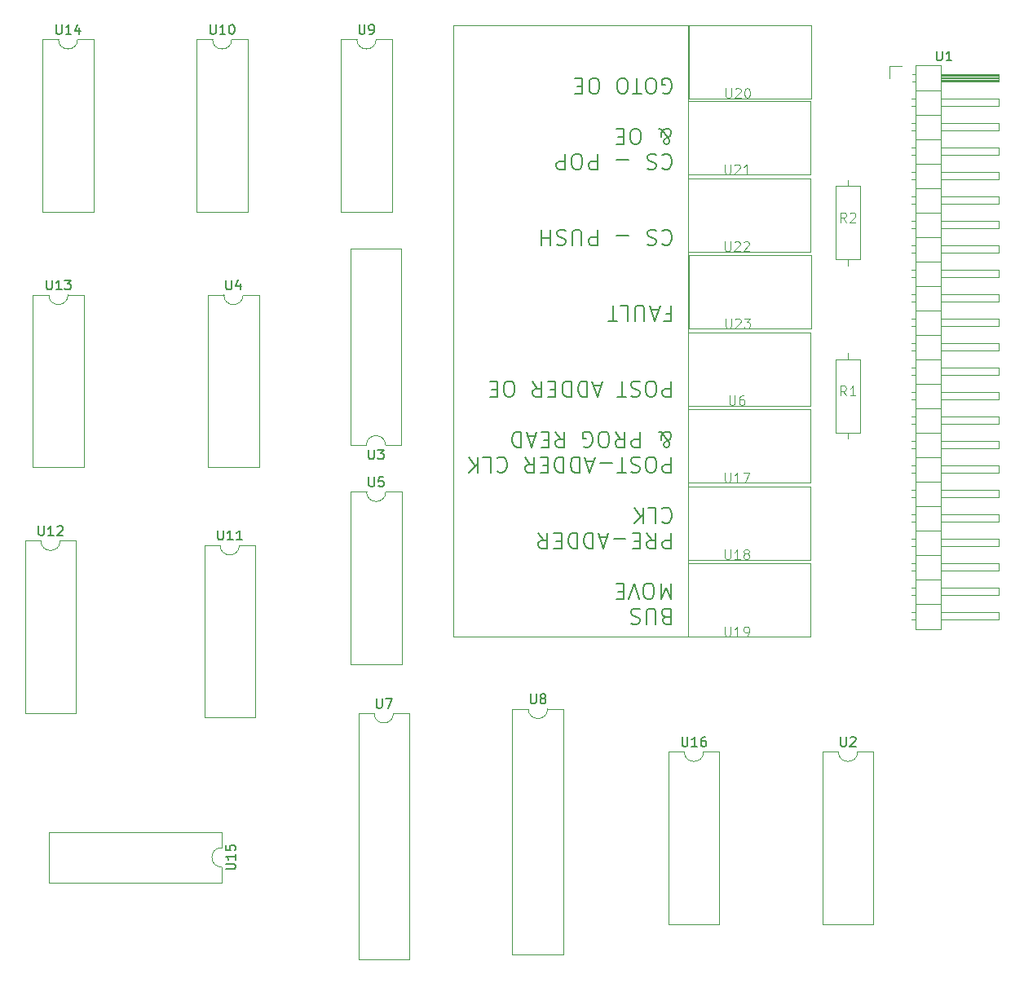
<source format=gbr>
%TF.GenerationSoftware,KiCad,Pcbnew,8.0.2-1*%
%TF.CreationDate,2024-08-11T09:55:18-04:00*%
%TF.ProjectId,control_unit_central_timing,636f6e74-726f-46c5-9f75-6e69745f6365,rev?*%
%TF.SameCoordinates,Original*%
%TF.FileFunction,Legend,Top*%
%TF.FilePolarity,Positive*%
%FSLAX46Y46*%
G04 Gerber Fmt 4.6, Leading zero omitted, Abs format (unit mm)*
G04 Created by KiCad (PCBNEW 8.0.2-1) date 2024-08-11 09:55:18*
%MOMM*%
%LPD*%
G01*
G04 APERTURE LIST*
%ADD10C,0.163000*%
%ADD11C,0.100000*%
%ADD12C,0.150000*%
%ADD13C,0.120000*%
G04 APERTURE END LIST*
D10*
X183118835Y-113012166D02*
X182885978Y-112934547D01*
X182885978Y-112934547D02*
X182808359Y-112856928D01*
X182808359Y-112856928D02*
X182730740Y-112701690D01*
X182730740Y-112701690D02*
X182730740Y-112468833D01*
X182730740Y-112468833D02*
X182808359Y-112313595D01*
X182808359Y-112313595D02*
X182885978Y-112235976D01*
X182885978Y-112235976D02*
X183041216Y-112158356D01*
X183041216Y-112158356D02*
X183662168Y-112158356D01*
X183662168Y-112158356D02*
X183662168Y-113788356D01*
X183662168Y-113788356D02*
X183118835Y-113788356D01*
X183118835Y-113788356D02*
X182963597Y-113710737D01*
X182963597Y-113710737D02*
X182885978Y-113633118D01*
X182885978Y-113633118D02*
X182808359Y-113477880D01*
X182808359Y-113477880D02*
X182808359Y-113322642D01*
X182808359Y-113322642D02*
X182885978Y-113167404D01*
X182885978Y-113167404D02*
X182963597Y-113089785D01*
X182963597Y-113089785D02*
X183118835Y-113012166D01*
X183118835Y-113012166D02*
X183662168Y-113012166D01*
X182032168Y-113788356D02*
X182032168Y-112468833D01*
X182032168Y-112468833D02*
X181954549Y-112313595D01*
X181954549Y-112313595D02*
X181876930Y-112235976D01*
X181876930Y-112235976D02*
X181721692Y-112158356D01*
X181721692Y-112158356D02*
X181411216Y-112158356D01*
X181411216Y-112158356D02*
X181255978Y-112235976D01*
X181255978Y-112235976D02*
X181178359Y-112313595D01*
X181178359Y-112313595D02*
X181100740Y-112468833D01*
X181100740Y-112468833D02*
X181100740Y-113788356D01*
X180402168Y-112235976D02*
X180169311Y-112158356D01*
X180169311Y-112158356D02*
X179781216Y-112158356D01*
X179781216Y-112158356D02*
X179625978Y-112235976D01*
X179625978Y-112235976D02*
X179548359Y-112313595D01*
X179548359Y-112313595D02*
X179470740Y-112468833D01*
X179470740Y-112468833D02*
X179470740Y-112624071D01*
X179470740Y-112624071D02*
X179548359Y-112779309D01*
X179548359Y-112779309D02*
X179625978Y-112856928D01*
X179625978Y-112856928D02*
X179781216Y-112934547D01*
X179781216Y-112934547D02*
X180091692Y-113012166D01*
X180091692Y-113012166D02*
X180246930Y-113089785D01*
X180246930Y-113089785D02*
X180324549Y-113167404D01*
X180324549Y-113167404D02*
X180402168Y-113322642D01*
X180402168Y-113322642D02*
X180402168Y-113477880D01*
X180402168Y-113477880D02*
X180324549Y-113633118D01*
X180324549Y-113633118D02*
X180246930Y-113710737D01*
X180246930Y-113710737D02*
X180091692Y-113788356D01*
X180091692Y-113788356D02*
X179703597Y-113788356D01*
X179703597Y-113788356D02*
X179470740Y-113710737D01*
X183662168Y-109534147D02*
X183662168Y-111164147D01*
X183662168Y-111164147D02*
X183118835Y-109999862D01*
X183118835Y-109999862D02*
X182575502Y-111164147D01*
X182575502Y-111164147D02*
X182575502Y-109534147D01*
X181488835Y-111164147D02*
X181178359Y-111164147D01*
X181178359Y-111164147D02*
X181023121Y-111086528D01*
X181023121Y-111086528D02*
X180867883Y-110931290D01*
X180867883Y-110931290D02*
X180790264Y-110620814D01*
X180790264Y-110620814D02*
X180790264Y-110077481D01*
X180790264Y-110077481D02*
X180867883Y-109767005D01*
X180867883Y-109767005D02*
X181023121Y-109611767D01*
X181023121Y-109611767D02*
X181178359Y-109534147D01*
X181178359Y-109534147D02*
X181488835Y-109534147D01*
X181488835Y-109534147D02*
X181644073Y-109611767D01*
X181644073Y-109611767D02*
X181799311Y-109767005D01*
X181799311Y-109767005D02*
X181876930Y-110077481D01*
X181876930Y-110077481D02*
X181876930Y-110620814D01*
X181876930Y-110620814D02*
X181799311Y-110931290D01*
X181799311Y-110931290D02*
X181644073Y-111086528D01*
X181644073Y-111086528D02*
X181488835Y-111164147D01*
X180324549Y-111164147D02*
X179781216Y-109534147D01*
X179781216Y-109534147D02*
X179237883Y-111164147D01*
X178694549Y-110387957D02*
X178151216Y-110387957D01*
X177918359Y-109534147D02*
X178694549Y-109534147D01*
X178694549Y-109534147D02*
X178694549Y-111164147D01*
X178694549Y-111164147D02*
X177918359Y-111164147D01*
X183662168Y-104285729D02*
X183662168Y-105915729D01*
X183662168Y-105915729D02*
X183041216Y-105915729D01*
X183041216Y-105915729D02*
X182885978Y-105838110D01*
X182885978Y-105838110D02*
X182808359Y-105760491D01*
X182808359Y-105760491D02*
X182730740Y-105605253D01*
X182730740Y-105605253D02*
X182730740Y-105372396D01*
X182730740Y-105372396D02*
X182808359Y-105217158D01*
X182808359Y-105217158D02*
X182885978Y-105139539D01*
X182885978Y-105139539D02*
X183041216Y-105061920D01*
X183041216Y-105061920D02*
X183662168Y-105061920D01*
X181100740Y-104285729D02*
X181644073Y-105061920D01*
X182032168Y-104285729D02*
X182032168Y-105915729D01*
X182032168Y-105915729D02*
X181411216Y-105915729D01*
X181411216Y-105915729D02*
X181255978Y-105838110D01*
X181255978Y-105838110D02*
X181178359Y-105760491D01*
X181178359Y-105760491D02*
X181100740Y-105605253D01*
X181100740Y-105605253D02*
X181100740Y-105372396D01*
X181100740Y-105372396D02*
X181178359Y-105217158D01*
X181178359Y-105217158D02*
X181255978Y-105139539D01*
X181255978Y-105139539D02*
X181411216Y-105061920D01*
X181411216Y-105061920D02*
X182032168Y-105061920D01*
X180402168Y-105139539D02*
X179858835Y-105139539D01*
X179625978Y-104285729D02*
X180402168Y-104285729D01*
X180402168Y-104285729D02*
X180402168Y-105915729D01*
X180402168Y-105915729D02*
X179625978Y-105915729D01*
X178927406Y-104906682D02*
X177685502Y-104906682D01*
X176986930Y-104751444D02*
X176210740Y-104751444D01*
X177142168Y-104285729D02*
X176598835Y-105915729D01*
X176598835Y-105915729D02*
X176055502Y-104285729D01*
X175512168Y-104285729D02*
X175512168Y-105915729D01*
X175512168Y-105915729D02*
X175124073Y-105915729D01*
X175124073Y-105915729D02*
X174891216Y-105838110D01*
X174891216Y-105838110D02*
X174735978Y-105682872D01*
X174735978Y-105682872D02*
X174658359Y-105527634D01*
X174658359Y-105527634D02*
X174580740Y-105217158D01*
X174580740Y-105217158D02*
X174580740Y-104984301D01*
X174580740Y-104984301D02*
X174658359Y-104673825D01*
X174658359Y-104673825D02*
X174735978Y-104518587D01*
X174735978Y-104518587D02*
X174891216Y-104363349D01*
X174891216Y-104363349D02*
X175124073Y-104285729D01*
X175124073Y-104285729D02*
X175512168Y-104285729D01*
X173882168Y-104285729D02*
X173882168Y-105915729D01*
X173882168Y-105915729D02*
X173494073Y-105915729D01*
X173494073Y-105915729D02*
X173261216Y-105838110D01*
X173261216Y-105838110D02*
X173105978Y-105682872D01*
X173105978Y-105682872D02*
X173028359Y-105527634D01*
X173028359Y-105527634D02*
X172950740Y-105217158D01*
X172950740Y-105217158D02*
X172950740Y-104984301D01*
X172950740Y-104984301D02*
X173028359Y-104673825D01*
X173028359Y-104673825D02*
X173105978Y-104518587D01*
X173105978Y-104518587D02*
X173261216Y-104363349D01*
X173261216Y-104363349D02*
X173494073Y-104285729D01*
X173494073Y-104285729D02*
X173882168Y-104285729D01*
X172252168Y-105139539D02*
X171708835Y-105139539D01*
X171475978Y-104285729D02*
X172252168Y-104285729D01*
X172252168Y-104285729D02*
X172252168Y-105915729D01*
X172252168Y-105915729D02*
X171475978Y-105915729D01*
X169845978Y-104285729D02*
X170389311Y-105061920D01*
X170777406Y-104285729D02*
X170777406Y-105915729D01*
X170777406Y-105915729D02*
X170156454Y-105915729D01*
X170156454Y-105915729D02*
X170001216Y-105838110D01*
X170001216Y-105838110D02*
X169923597Y-105760491D01*
X169923597Y-105760491D02*
X169845978Y-105605253D01*
X169845978Y-105605253D02*
X169845978Y-105372396D01*
X169845978Y-105372396D02*
X169923597Y-105217158D01*
X169923597Y-105217158D02*
X170001216Y-105139539D01*
X170001216Y-105139539D02*
X170156454Y-105061920D01*
X170156454Y-105061920D02*
X170777406Y-105061920D01*
X182730740Y-101816759D02*
X182808359Y-101739140D01*
X182808359Y-101739140D02*
X183041216Y-101661520D01*
X183041216Y-101661520D02*
X183196454Y-101661520D01*
X183196454Y-101661520D02*
X183429311Y-101739140D01*
X183429311Y-101739140D02*
X183584549Y-101894378D01*
X183584549Y-101894378D02*
X183662168Y-102049616D01*
X183662168Y-102049616D02*
X183739787Y-102360092D01*
X183739787Y-102360092D02*
X183739787Y-102592949D01*
X183739787Y-102592949D02*
X183662168Y-102903425D01*
X183662168Y-102903425D02*
X183584549Y-103058663D01*
X183584549Y-103058663D02*
X183429311Y-103213901D01*
X183429311Y-103213901D02*
X183196454Y-103291520D01*
X183196454Y-103291520D02*
X183041216Y-103291520D01*
X183041216Y-103291520D02*
X182808359Y-103213901D01*
X182808359Y-103213901D02*
X182730740Y-103136282D01*
X181255978Y-101661520D02*
X182032168Y-101661520D01*
X182032168Y-101661520D02*
X182032168Y-103291520D01*
X180712644Y-101661520D02*
X180712644Y-103291520D01*
X179781216Y-101661520D02*
X180479787Y-102592949D01*
X179781216Y-103291520D02*
X180712644Y-102360092D01*
X183662168Y-96413102D02*
X183662168Y-98043102D01*
X183662168Y-98043102D02*
X183041216Y-98043102D01*
X183041216Y-98043102D02*
X182885978Y-97965483D01*
X182885978Y-97965483D02*
X182808359Y-97887864D01*
X182808359Y-97887864D02*
X182730740Y-97732626D01*
X182730740Y-97732626D02*
X182730740Y-97499769D01*
X182730740Y-97499769D02*
X182808359Y-97344531D01*
X182808359Y-97344531D02*
X182885978Y-97266912D01*
X182885978Y-97266912D02*
X183041216Y-97189293D01*
X183041216Y-97189293D02*
X183662168Y-97189293D01*
X181721692Y-98043102D02*
X181411216Y-98043102D01*
X181411216Y-98043102D02*
X181255978Y-97965483D01*
X181255978Y-97965483D02*
X181100740Y-97810245D01*
X181100740Y-97810245D02*
X181023121Y-97499769D01*
X181023121Y-97499769D02*
X181023121Y-96956436D01*
X181023121Y-96956436D02*
X181100740Y-96645960D01*
X181100740Y-96645960D02*
X181255978Y-96490722D01*
X181255978Y-96490722D02*
X181411216Y-96413102D01*
X181411216Y-96413102D02*
X181721692Y-96413102D01*
X181721692Y-96413102D02*
X181876930Y-96490722D01*
X181876930Y-96490722D02*
X182032168Y-96645960D01*
X182032168Y-96645960D02*
X182109787Y-96956436D01*
X182109787Y-96956436D02*
X182109787Y-97499769D01*
X182109787Y-97499769D02*
X182032168Y-97810245D01*
X182032168Y-97810245D02*
X181876930Y-97965483D01*
X181876930Y-97965483D02*
X181721692Y-98043102D01*
X180402168Y-96490722D02*
X180169311Y-96413102D01*
X180169311Y-96413102D02*
X179781216Y-96413102D01*
X179781216Y-96413102D02*
X179625978Y-96490722D01*
X179625978Y-96490722D02*
X179548359Y-96568341D01*
X179548359Y-96568341D02*
X179470740Y-96723579D01*
X179470740Y-96723579D02*
X179470740Y-96878817D01*
X179470740Y-96878817D02*
X179548359Y-97034055D01*
X179548359Y-97034055D02*
X179625978Y-97111674D01*
X179625978Y-97111674D02*
X179781216Y-97189293D01*
X179781216Y-97189293D02*
X180091692Y-97266912D01*
X180091692Y-97266912D02*
X180246930Y-97344531D01*
X180246930Y-97344531D02*
X180324549Y-97422150D01*
X180324549Y-97422150D02*
X180402168Y-97577388D01*
X180402168Y-97577388D02*
X180402168Y-97732626D01*
X180402168Y-97732626D02*
X180324549Y-97887864D01*
X180324549Y-97887864D02*
X180246930Y-97965483D01*
X180246930Y-97965483D02*
X180091692Y-98043102D01*
X180091692Y-98043102D02*
X179703597Y-98043102D01*
X179703597Y-98043102D02*
X179470740Y-97965483D01*
X179005025Y-98043102D02*
X178073597Y-98043102D01*
X178539311Y-96413102D02*
X178539311Y-98043102D01*
X177530263Y-97034055D02*
X176288359Y-97034055D01*
X175589787Y-96878817D02*
X174813597Y-96878817D01*
X175745025Y-96413102D02*
X175201692Y-98043102D01*
X175201692Y-98043102D02*
X174658359Y-96413102D01*
X174115025Y-96413102D02*
X174115025Y-98043102D01*
X174115025Y-98043102D02*
X173726930Y-98043102D01*
X173726930Y-98043102D02*
X173494073Y-97965483D01*
X173494073Y-97965483D02*
X173338835Y-97810245D01*
X173338835Y-97810245D02*
X173261216Y-97655007D01*
X173261216Y-97655007D02*
X173183597Y-97344531D01*
X173183597Y-97344531D02*
X173183597Y-97111674D01*
X173183597Y-97111674D02*
X173261216Y-96801198D01*
X173261216Y-96801198D02*
X173338835Y-96645960D01*
X173338835Y-96645960D02*
X173494073Y-96490722D01*
X173494073Y-96490722D02*
X173726930Y-96413102D01*
X173726930Y-96413102D02*
X174115025Y-96413102D01*
X172485025Y-96413102D02*
X172485025Y-98043102D01*
X172485025Y-98043102D02*
X172096930Y-98043102D01*
X172096930Y-98043102D02*
X171864073Y-97965483D01*
X171864073Y-97965483D02*
X171708835Y-97810245D01*
X171708835Y-97810245D02*
X171631216Y-97655007D01*
X171631216Y-97655007D02*
X171553597Y-97344531D01*
X171553597Y-97344531D02*
X171553597Y-97111674D01*
X171553597Y-97111674D02*
X171631216Y-96801198D01*
X171631216Y-96801198D02*
X171708835Y-96645960D01*
X171708835Y-96645960D02*
X171864073Y-96490722D01*
X171864073Y-96490722D02*
X172096930Y-96413102D01*
X172096930Y-96413102D02*
X172485025Y-96413102D01*
X170855025Y-97266912D02*
X170311692Y-97266912D01*
X170078835Y-96413102D02*
X170855025Y-96413102D01*
X170855025Y-96413102D02*
X170855025Y-98043102D01*
X170855025Y-98043102D02*
X170078835Y-98043102D01*
X168448835Y-96413102D02*
X168992168Y-97189293D01*
X169380263Y-96413102D02*
X169380263Y-98043102D01*
X169380263Y-98043102D02*
X168759311Y-98043102D01*
X168759311Y-98043102D02*
X168604073Y-97965483D01*
X168604073Y-97965483D02*
X168526454Y-97887864D01*
X168526454Y-97887864D02*
X168448835Y-97732626D01*
X168448835Y-97732626D02*
X168448835Y-97499769D01*
X168448835Y-97499769D02*
X168526454Y-97344531D01*
X168526454Y-97344531D02*
X168604073Y-97266912D01*
X168604073Y-97266912D02*
X168759311Y-97189293D01*
X168759311Y-97189293D02*
X169380263Y-97189293D01*
X165576930Y-96568341D02*
X165654549Y-96490722D01*
X165654549Y-96490722D02*
X165887406Y-96413102D01*
X165887406Y-96413102D02*
X166042644Y-96413102D01*
X166042644Y-96413102D02*
X166275501Y-96490722D01*
X166275501Y-96490722D02*
X166430739Y-96645960D01*
X166430739Y-96645960D02*
X166508358Y-96801198D01*
X166508358Y-96801198D02*
X166585977Y-97111674D01*
X166585977Y-97111674D02*
X166585977Y-97344531D01*
X166585977Y-97344531D02*
X166508358Y-97655007D01*
X166508358Y-97655007D02*
X166430739Y-97810245D01*
X166430739Y-97810245D02*
X166275501Y-97965483D01*
X166275501Y-97965483D02*
X166042644Y-98043102D01*
X166042644Y-98043102D02*
X165887406Y-98043102D01*
X165887406Y-98043102D02*
X165654549Y-97965483D01*
X165654549Y-97965483D02*
X165576930Y-97887864D01*
X164102168Y-96413102D02*
X164878358Y-96413102D01*
X164878358Y-96413102D02*
X164878358Y-98043102D01*
X163558834Y-96413102D02*
X163558834Y-98043102D01*
X162627406Y-96413102D02*
X163325977Y-97344531D01*
X162627406Y-98043102D02*
X163558834Y-97111674D01*
X182342644Y-93788893D02*
X182420264Y-93788893D01*
X182420264Y-93788893D02*
X182575502Y-93866513D01*
X182575502Y-93866513D02*
X182808359Y-94099370D01*
X182808359Y-94099370D02*
X183196454Y-94565084D01*
X183196454Y-94565084D02*
X183351692Y-94797941D01*
X183351692Y-94797941D02*
X183429311Y-95030798D01*
X183429311Y-95030798D02*
X183429311Y-95186036D01*
X183429311Y-95186036D02*
X183351692Y-95341274D01*
X183351692Y-95341274D02*
X183196454Y-95418893D01*
X183196454Y-95418893D02*
X183118835Y-95418893D01*
X183118835Y-95418893D02*
X182963597Y-95341274D01*
X182963597Y-95341274D02*
X182885978Y-95186036D01*
X182885978Y-95186036D02*
X182885978Y-95108417D01*
X182885978Y-95108417D02*
X182963597Y-94953179D01*
X182963597Y-94953179D02*
X183041216Y-94875560D01*
X183041216Y-94875560D02*
X183506930Y-94565084D01*
X183506930Y-94565084D02*
X183584549Y-94487465D01*
X183584549Y-94487465D02*
X183662168Y-94332227D01*
X183662168Y-94332227D02*
X183662168Y-94099370D01*
X183662168Y-94099370D02*
X183584549Y-93944132D01*
X183584549Y-93944132D02*
X183506930Y-93866513D01*
X183506930Y-93866513D02*
X183351692Y-93788893D01*
X183351692Y-93788893D02*
X183118835Y-93788893D01*
X183118835Y-93788893D02*
X182963597Y-93866513D01*
X182963597Y-93866513D02*
X182885978Y-93944132D01*
X182885978Y-93944132D02*
X182653121Y-94254608D01*
X182653121Y-94254608D02*
X182575502Y-94487465D01*
X182575502Y-94487465D02*
X182575502Y-94642703D01*
X180402168Y-93788893D02*
X180402168Y-95418893D01*
X180402168Y-95418893D02*
X179781216Y-95418893D01*
X179781216Y-95418893D02*
X179625978Y-95341274D01*
X179625978Y-95341274D02*
X179548359Y-95263655D01*
X179548359Y-95263655D02*
X179470740Y-95108417D01*
X179470740Y-95108417D02*
X179470740Y-94875560D01*
X179470740Y-94875560D02*
X179548359Y-94720322D01*
X179548359Y-94720322D02*
X179625978Y-94642703D01*
X179625978Y-94642703D02*
X179781216Y-94565084D01*
X179781216Y-94565084D02*
X180402168Y-94565084D01*
X177840740Y-93788893D02*
X178384073Y-94565084D01*
X178772168Y-93788893D02*
X178772168Y-95418893D01*
X178772168Y-95418893D02*
X178151216Y-95418893D01*
X178151216Y-95418893D02*
X177995978Y-95341274D01*
X177995978Y-95341274D02*
X177918359Y-95263655D01*
X177918359Y-95263655D02*
X177840740Y-95108417D01*
X177840740Y-95108417D02*
X177840740Y-94875560D01*
X177840740Y-94875560D02*
X177918359Y-94720322D01*
X177918359Y-94720322D02*
X177995978Y-94642703D01*
X177995978Y-94642703D02*
X178151216Y-94565084D01*
X178151216Y-94565084D02*
X178772168Y-94565084D01*
X176831692Y-95418893D02*
X176521216Y-95418893D01*
X176521216Y-95418893D02*
X176365978Y-95341274D01*
X176365978Y-95341274D02*
X176210740Y-95186036D01*
X176210740Y-95186036D02*
X176133121Y-94875560D01*
X176133121Y-94875560D02*
X176133121Y-94332227D01*
X176133121Y-94332227D02*
X176210740Y-94021751D01*
X176210740Y-94021751D02*
X176365978Y-93866513D01*
X176365978Y-93866513D02*
X176521216Y-93788893D01*
X176521216Y-93788893D02*
X176831692Y-93788893D01*
X176831692Y-93788893D02*
X176986930Y-93866513D01*
X176986930Y-93866513D02*
X177142168Y-94021751D01*
X177142168Y-94021751D02*
X177219787Y-94332227D01*
X177219787Y-94332227D02*
X177219787Y-94875560D01*
X177219787Y-94875560D02*
X177142168Y-95186036D01*
X177142168Y-95186036D02*
X176986930Y-95341274D01*
X176986930Y-95341274D02*
X176831692Y-95418893D01*
X174580740Y-95341274D02*
X174735978Y-95418893D01*
X174735978Y-95418893D02*
X174968835Y-95418893D01*
X174968835Y-95418893D02*
X175201692Y-95341274D01*
X175201692Y-95341274D02*
X175356930Y-95186036D01*
X175356930Y-95186036D02*
X175434549Y-95030798D01*
X175434549Y-95030798D02*
X175512168Y-94720322D01*
X175512168Y-94720322D02*
X175512168Y-94487465D01*
X175512168Y-94487465D02*
X175434549Y-94176989D01*
X175434549Y-94176989D02*
X175356930Y-94021751D01*
X175356930Y-94021751D02*
X175201692Y-93866513D01*
X175201692Y-93866513D02*
X174968835Y-93788893D01*
X174968835Y-93788893D02*
X174813597Y-93788893D01*
X174813597Y-93788893D02*
X174580740Y-93866513D01*
X174580740Y-93866513D02*
X174503121Y-93944132D01*
X174503121Y-93944132D02*
X174503121Y-94487465D01*
X174503121Y-94487465D02*
X174813597Y-94487465D01*
X171631216Y-93788893D02*
X172174549Y-94565084D01*
X172562644Y-93788893D02*
X172562644Y-95418893D01*
X172562644Y-95418893D02*
X171941692Y-95418893D01*
X171941692Y-95418893D02*
X171786454Y-95341274D01*
X171786454Y-95341274D02*
X171708835Y-95263655D01*
X171708835Y-95263655D02*
X171631216Y-95108417D01*
X171631216Y-95108417D02*
X171631216Y-94875560D01*
X171631216Y-94875560D02*
X171708835Y-94720322D01*
X171708835Y-94720322D02*
X171786454Y-94642703D01*
X171786454Y-94642703D02*
X171941692Y-94565084D01*
X171941692Y-94565084D02*
X172562644Y-94565084D01*
X170932644Y-94642703D02*
X170389311Y-94642703D01*
X170156454Y-93788893D02*
X170932644Y-93788893D01*
X170932644Y-93788893D02*
X170932644Y-95418893D01*
X170932644Y-95418893D02*
X170156454Y-95418893D01*
X169535501Y-94254608D02*
X168759311Y-94254608D01*
X169690739Y-93788893D02*
X169147406Y-95418893D01*
X169147406Y-95418893D02*
X168604073Y-93788893D01*
X168060739Y-93788893D02*
X168060739Y-95418893D01*
X168060739Y-95418893D02*
X167672644Y-95418893D01*
X167672644Y-95418893D02*
X167439787Y-95341274D01*
X167439787Y-95341274D02*
X167284549Y-95186036D01*
X167284549Y-95186036D02*
X167206930Y-95030798D01*
X167206930Y-95030798D02*
X167129311Y-94720322D01*
X167129311Y-94720322D02*
X167129311Y-94487465D01*
X167129311Y-94487465D02*
X167206930Y-94176989D01*
X167206930Y-94176989D02*
X167284549Y-94021751D01*
X167284549Y-94021751D02*
X167439787Y-93866513D01*
X167439787Y-93866513D02*
X167672644Y-93788893D01*
X167672644Y-93788893D02*
X168060739Y-93788893D01*
X183662168Y-88540475D02*
X183662168Y-90170475D01*
X183662168Y-90170475D02*
X183041216Y-90170475D01*
X183041216Y-90170475D02*
X182885978Y-90092856D01*
X182885978Y-90092856D02*
X182808359Y-90015237D01*
X182808359Y-90015237D02*
X182730740Y-89859999D01*
X182730740Y-89859999D02*
X182730740Y-89627142D01*
X182730740Y-89627142D02*
X182808359Y-89471904D01*
X182808359Y-89471904D02*
X182885978Y-89394285D01*
X182885978Y-89394285D02*
X183041216Y-89316666D01*
X183041216Y-89316666D02*
X183662168Y-89316666D01*
X181721692Y-90170475D02*
X181411216Y-90170475D01*
X181411216Y-90170475D02*
X181255978Y-90092856D01*
X181255978Y-90092856D02*
X181100740Y-89937618D01*
X181100740Y-89937618D02*
X181023121Y-89627142D01*
X181023121Y-89627142D02*
X181023121Y-89083809D01*
X181023121Y-89083809D02*
X181100740Y-88773333D01*
X181100740Y-88773333D02*
X181255978Y-88618095D01*
X181255978Y-88618095D02*
X181411216Y-88540475D01*
X181411216Y-88540475D02*
X181721692Y-88540475D01*
X181721692Y-88540475D02*
X181876930Y-88618095D01*
X181876930Y-88618095D02*
X182032168Y-88773333D01*
X182032168Y-88773333D02*
X182109787Y-89083809D01*
X182109787Y-89083809D02*
X182109787Y-89627142D01*
X182109787Y-89627142D02*
X182032168Y-89937618D01*
X182032168Y-89937618D02*
X181876930Y-90092856D01*
X181876930Y-90092856D02*
X181721692Y-90170475D01*
X180402168Y-88618095D02*
X180169311Y-88540475D01*
X180169311Y-88540475D02*
X179781216Y-88540475D01*
X179781216Y-88540475D02*
X179625978Y-88618095D01*
X179625978Y-88618095D02*
X179548359Y-88695714D01*
X179548359Y-88695714D02*
X179470740Y-88850952D01*
X179470740Y-88850952D02*
X179470740Y-89006190D01*
X179470740Y-89006190D02*
X179548359Y-89161428D01*
X179548359Y-89161428D02*
X179625978Y-89239047D01*
X179625978Y-89239047D02*
X179781216Y-89316666D01*
X179781216Y-89316666D02*
X180091692Y-89394285D01*
X180091692Y-89394285D02*
X180246930Y-89471904D01*
X180246930Y-89471904D02*
X180324549Y-89549523D01*
X180324549Y-89549523D02*
X180402168Y-89704761D01*
X180402168Y-89704761D02*
X180402168Y-89859999D01*
X180402168Y-89859999D02*
X180324549Y-90015237D01*
X180324549Y-90015237D02*
X180246930Y-90092856D01*
X180246930Y-90092856D02*
X180091692Y-90170475D01*
X180091692Y-90170475D02*
X179703597Y-90170475D01*
X179703597Y-90170475D02*
X179470740Y-90092856D01*
X179005025Y-90170475D02*
X178073597Y-90170475D01*
X178539311Y-88540475D02*
X178539311Y-90170475D01*
X176365977Y-89006190D02*
X175589787Y-89006190D01*
X176521215Y-88540475D02*
X175977882Y-90170475D01*
X175977882Y-90170475D02*
X175434549Y-88540475D01*
X174891215Y-88540475D02*
X174891215Y-90170475D01*
X174891215Y-90170475D02*
X174503120Y-90170475D01*
X174503120Y-90170475D02*
X174270263Y-90092856D01*
X174270263Y-90092856D02*
X174115025Y-89937618D01*
X174115025Y-89937618D02*
X174037406Y-89782380D01*
X174037406Y-89782380D02*
X173959787Y-89471904D01*
X173959787Y-89471904D02*
X173959787Y-89239047D01*
X173959787Y-89239047D02*
X174037406Y-88928571D01*
X174037406Y-88928571D02*
X174115025Y-88773333D01*
X174115025Y-88773333D02*
X174270263Y-88618095D01*
X174270263Y-88618095D02*
X174503120Y-88540475D01*
X174503120Y-88540475D02*
X174891215Y-88540475D01*
X173261215Y-88540475D02*
X173261215Y-90170475D01*
X173261215Y-90170475D02*
X172873120Y-90170475D01*
X172873120Y-90170475D02*
X172640263Y-90092856D01*
X172640263Y-90092856D02*
X172485025Y-89937618D01*
X172485025Y-89937618D02*
X172407406Y-89782380D01*
X172407406Y-89782380D02*
X172329787Y-89471904D01*
X172329787Y-89471904D02*
X172329787Y-89239047D01*
X172329787Y-89239047D02*
X172407406Y-88928571D01*
X172407406Y-88928571D02*
X172485025Y-88773333D01*
X172485025Y-88773333D02*
X172640263Y-88618095D01*
X172640263Y-88618095D02*
X172873120Y-88540475D01*
X172873120Y-88540475D02*
X173261215Y-88540475D01*
X171631215Y-89394285D02*
X171087882Y-89394285D01*
X170855025Y-88540475D02*
X171631215Y-88540475D01*
X171631215Y-88540475D02*
X171631215Y-90170475D01*
X171631215Y-90170475D02*
X170855025Y-90170475D01*
X169225025Y-88540475D02*
X169768358Y-89316666D01*
X170156453Y-88540475D02*
X170156453Y-90170475D01*
X170156453Y-90170475D02*
X169535501Y-90170475D01*
X169535501Y-90170475D02*
X169380263Y-90092856D01*
X169380263Y-90092856D02*
X169302644Y-90015237D01*
X169302644Y-90015237D02*
X169225025Y-89859999D01*
X169225025Y-89859999D02*
X169225025Y-89627142D01*
X169225025Y-89627142D02*
X169302644Y-89471904D01*
X169302644Y-89471904D02*
X169380263Y-89394285D01*
X169380263Y-89394285D02*
X169535501Y-89316666D01*
X169535501Y-89316666D02*
X170156453Y-89316666D01*
X166974072Y-90170475D02*
X166663596Y-90170475D01*
X166663596Y-90170475D02*
X166508358Y-90092856D01*
X166508358Y-90092856D02*
X166353120Y-89937618D01*
X166353120Y-89937618D02*
X166275501Y-89627142D01*
X166275501Y-89627142D02*
X166275501Y-89083809D01*
X166275501Y-89083809D02*
X166353120Y-88773333D01*
X166353120Y-88773333D02*
X166508358Y-88618095D01*
X166508358Y-88618095D02*
X166663596Y-88540475D01*
X166663596Y-88540475D02*
X166974072Y-88540475D01*
X166974072Y-88540475D02*
X167129310Y-88618095D01*
X167129310Y-88618095D02*
X167284548Y-88773333D01*
X167284548Y-88773333D02*
X167362167Y-89083809D01*
X167362167Y-89083809D02*
X167362167Y-89627142D01*
X167362167Y-89627142D02*
X167284548Y-89937618D01*
X167284548Y-89937618D02*
X167129310Y-90092856D01*
X167129310Y-90092856D02*
X166974072Y-90170475D01*
X165576929Y-89394285D02*
X165033596Y-89394285D01*
X164800739Y-88540475D02*
X165576929Y-88540475D01*
X165576929Y-88540475D02*
X165576929Y-90170475D01*
X165576929Y-90170475D02*
X164800739Y-90170475D01*
X183118835Y-81521658D02*
X183662168Y-81521658D01*
X183662168Y-80667848D02*
X183662168Y-82297848D01*
X183662168Y-82297848D02*
X182885978Y-82297848D01*
X182342644Y-81133563D02*
X181566454Y-81133563D01*
X182497882Y-80667848D02*
X181954549Y-82297848D01*
X181954549Y-82297848D02*
X181411216Y-80667848D01*
X180867882Y-82297848D02*
X180867882Y-80978325D01*
X180867882Y-80978325D02*
X180790263Y-80823087D01*
X180790263Y-80823087D02*
X180712644Y-80745468D01*
X180712644Y-80745468D02*
X180557406Y-80667848D01*
X180557406Y-80667848D02*
X180246930Y-80667848D01*
X180246930Y-80667848D02*
X180091692Y-80745468D01*
X180091692Y-80745468D02*
X180014073Y-80823087D01*
X180014073Y-80823087D02*
X179936454Y-80978325D01*
X179936454Y-80978325D02*
X179936454Y-82297848D01*
X178384073Y-80667848D02*
X179160263Y-80667848D01*
X179160263Y-80667848D02*
X179160263Y-82297848D01*
X178073596Y-82297848D02*
X177142168Y-82297848D01*
X177607882Y-80667848D02*
X177607882Y-82297848D01*
X182730740Y-72950460D02*
X182808359Y-72872841D01*
X182808359Y-72872841D02*
X183041216Y-72795221D01*
X183041216Y-72795221D02*
X183196454Y-72795221D01*
X183196454Y-72795221D02*
X183429311Y-72872841D01*
X183429311Y-72872841D02*
X183584549Y-73028079D01*
X183584549Y-73028079D02*
X183662168Y-73183317D01*
X183662168Y-73183317D02*
X183739787Y-73493793D01*
X183739787Y-73493793D02*
X183739787Y-73726650D01*
X183739787Y-73726650D02*
X183662168Y-74037126D01*
X183662168Y-74037126D02*
X183584549Y-74192364D01*
X183584549Y-74192364D02*
X183429311Y-74347602D01*
X183429311Y-74347602D02*
X183196454Y-74425221D01*
X183196454Y-74425221D02*
X183041216Y-74425221D01*
X183041216Y-74425221D02*
X182808359Y-74347602D01*
X182808359Y-74347602D02*
X182730740Y-74269983D01*
X182109787Y-72872841D02*
X181876930Y-72795221D01*
X181876930Y-72795221D02*
X181488835Y-72795221D01*
X181488835Y-72795221D02*
X181333597Y-72872841D01*
X181333597Y-72872841D02*
X181255978Y-72950460D01*
X181255978Y-72950460D02*
X181178359Y-73105698D01*
X181178359Y-73105698D02*
X181178359Y-73260936D01*
X181178359Y-73260936D02*
X181255978Y-73416174D01*
X181255978Y-73416174D02*
X181333597Y-73493793D01*
X181333597Y-73493793D02*
X181488835Y-73571412D01*
X181488835Y-73571412D02*
X181799311Y-73649031D01*
X181799311Y-73649031D02*
X181954549Y-73726650D01*
X181954549Y-73726650D02*
X182032168Y-73804269D01*
X182032168Y-73804269D02*
X182109787Y-73959507D01*
X182109787Y-73959507D02*
X182109787Y-74114745D01*
X182109787Y-74114745D02*
X182032168Y-74269983D01*
X182032168Y-74269983D02*
X181954549Y-74347602D01*
X181954549Y-74347602D02*
X181799311Y-74425221D01*
X181799311Y-74425221D02*
X181411216Y-74425221D01*
X181411216Y-74425221D02*
X181178359Y-74347602D01*
X179237882Y-73416174D02*
X177995978Y-73416174D01*
X175977882Y-72795221D02*
X175977882Y-74425221D01*
X175977882Y-74425221D02*
X175356930Y-74425221D01*
X175356930Y-74425221D02*
X175201692Y-74347602D01*
X175201692Y-74347602D02*
X175124073Y-74269983D01*
X175124073Y-74269983D02*
X175046454Y-74114745D01*
X175046454Y-74114745D02*
X175046454Y-73881888D01*
X175046454Y-73881888D02*
X175124073Y-73726650D01*
X175124073Y-73726650D02*
X175201692Y-73649031D01*
X175201692Y-73649031D02*
X175356930Y-73571412D01*
X175356930Y-73571412D02*
X175977882Y-73571412D01*
X174347882Y-74425221D02*
X174347882Y-73105698D01*
X174347882Y-73105698D02*
X174270263Y-72950460D01*
X174270263Y-72950460D02*
X174192644Y-72872841D01*
X174192644Y-72872841D02*
X174037406Y-72795221D01*
X174037406Y-72795221D02*
X173726930Y-72795221D01*
X173726930Y-72795221D02*
X173571692Y-72872841D01*
X173571692Y-72872841D02*
X173494073Y-72950460D01*
X173494073Y-72950460D02*
X173416454Y-73105698D01*
X173416454Y-73105698D02*
X173416454Y-74425221D01*
X172717882Y-72872841D02*
X172485025Y-72795221D01*
X172485025Y-72795221D02*
X172096930Y-72795221D01*
X172096930Y-72795221D02*
X171941692Y-72872841D01*
X171941692Y-72872841D02*
X171864073Y-72950460D01*
X171864073Y-72950460D02*
X171786454Y-73105698D01*
X171786454Y-73105698D02*
X171786454Y-73260936D01*
X171786454Y-73260936D02*
X171864073Y-73416174D01*
X171864073Y-73416174D02*
X171941692Y-73493793D01*
X171941692Y-73493793D02*
X172096930Y-73571412D01*
X172096930Y-73571412D02*
X172407406Y-73649031D01*
X172407406Y-73649031D02*
X172562644Y-73726650D01*
X172562644Y-73726650D02*
X172640263Y-73804269D01*
X172640263Y-73804269D02*
X172717882Y-73959507D01*
X172717882Y-73959507D02*
X172717882Y-74114745D01*
X172717882Y-74114745D02*
X172640263Y-74269983D01*
X172640263Y-74269983D02*
X172562644Y-74347602D01*
X172562644Y-74347602D02*
X172407406Y-74425221D01*
X172407406Y-74425221D02*
X172019311Y-74425221D01*
X172019311Y-74425221D02*
X171786454Y-74347602D01*
X171087882Y-72795221D02*
X171087882Y-74425221D01*
X171087882Y-73649031D02*
X170156454Y-73649031D01*
X170156454Y-72795221D02*
X170156454Y-74425221D01*
X182730740Y-65077833D02*
X182808359Y-65000214D01*
X182808359Y-65000214D02*
X183041216Y-64922594D01*
X183041216Y-64922594D02*
X183196454Y-64922594D01*
X183196454Y-64922594D02*
X183429311Y-65000214D01*
X183429311Y-65000214D02*
X183584549Y-65155452D01*
X183584549Y-65155452D02*
X183662168Y-65310690D01*
X183662168Y-65310690D02*
X183739787Y-65621166D01*
X183739787Y-65621166D02*
X183739787Y-65854023D01*
X183739787Y-65854023D02*
X183662168Y-66164499D01*
X183662168Y-66164499D02*
X183584549Y-66319737D01*
X183584549Y-66319737D02*
X183429311Y-66474975D01*
X183429311Y-66474975D02*
X183196454Y-66552594D01*
X183196454Y-66552594D02*
X183041216Y-66552594D01*
X183041216Y-66552594D02*
X182808359Y-66474975D01*
X182808359Y-66474975D02*
X182730740Y-66397356D01*
X182109787Y-65000214D02*
X181876930Y-64922594D01*
X181876930Y-64922594D02*
X181488835Y-64922594D01*
X181488835Y-64922594D02*
X181333597Y-65000214D01*
X181333597Y-65000214D02*
X181255978Y-65077833D01*
X181255978Y-65077833D02*
X181178359Y-65233071D01*
X181178359Y-65233071D02*
X181178359Y-65388309D01*
X181178359Y-65388309D02*
X181255978Y-65543547D01*
X181255978Y-65543547D02*
X181333597Y-65621166D01*
X181333597Y-65621166D02*
X181488835Y-65698785D01*
X181488835Y-65698785D02*
X181799311Y-65776404D01*
X181799311Y-65776404D02*
X181954549Y-65854023D01*
X181954549Y-65854023D02*
X182032168Y-65931642D01*
X182032168Y-65931642D02*
X182109787Y-66086880D01*
X182109787Y-66086880D02*
X182109787Y-66242118D01*
X182109787Y-66242118D02*
X182032168Y-66397356D01*
X182032168Y-66397356D02*
X181954549Y-66474975D01*
X181954549Y-66474975D02*
X181799311Y-66552594D01*
X181799311Y-66552594D02*
X181411216Y-66552594D01*
X181411216Y-66552594D02*
X181178359Y-66474975D01*
X179237882Y-65543547D02*
X177995978Y-65543547D01*
X175977882Y-64922594D02*
X175977882Y-66552594D01*
X175977882Y-66552594D02*
X175356930Y-66552594D01*
X175356930Y-66552594D02*
X175201692Y-66474975D01*
X175201692Y-66474975D02*
X175124073Y-66397356D01*
X175124073Y-66397356D02*
X175046454Y-66242118D01*
X175046454Y-66242118D02*
X175046454Y-66009261D01*
X175046454Y-66009261D02*
X175124073Y-65854023D01*
X175124073Y-65854023D02*
X175201692Y-65776404D01*
X175201692Y-65776404D02*
X175356930Y-65698785D01*
X175356930Y-65698785D02*
X175977882Y-65698785D01*
X174037406Y-66552594D02*
X173726930Y-66552594D01*
X173726930Y-66552594D02*
X173571692Y-66474975D01*
X173571692Y-66474975D02*
X173416454Y-66319737D01*
X173416454Y-66319737D02*
X173338835Y-66009261D01*
X173338835Y-66009261D02*
X173338835Y-65465928D01*
X173338835Y-65465928D02*
X173416454Y-65155452D01*
X173416454Y-65155452D02*
X173571692Y-65000214D01*
X173571692Y-65000214D02*
X173726930Y-64922594D01*
X173726930Y-64922594D02*
X174037406Y-64922594D01*
X174037406Y-64922594D02*
X174192644Y-65000214D01*
X174192644Y-65000214D02*
X174347882Y-65155452D01*
X174347882Y-65155452D02*
X174425501Y-65465928D01*
X174425501Y-65465928D02*
X174425501Y-66009261D01*
X174425501Y-66009261D02*
X174347882Y-66319737D01*
X174347882Y-66319737D02*
X174192644Y-66474975D01*
X174192644Y-66474975D02*
X174037406Y-66552594D01*
X172640263Y-64922594D02*
X172640263Y-66552594D01*
X172640263Y-66552594D02*
X172019311Y-66552594D01*
X172019311Y-66552594D02*
X171864073Y-66474975D01*
X171864073Y-66474975D02*
X171786454Y-66397356D01*
X171786454Y-66397356D02*
X171708835Y-66242118D01*
X171708835Y-66242118D02*
X171708835Y-66009261D01*
X171708835Y-66009261D02*
X171786454Y-65854023D01*
X171786454Y-65854023D02*
X171864073Y-65776404D01*
X171864073Y-65776404D02*
X172019311Y-65698785D01*
X172019311Y-65698785D02*
X172640263Y-65698785D01*
X182342644Y-62298385D02*
X182420264Y-62298385D01*
X182420264Y-62298385D02*
X182575502Y-62376005D01*
X182575502Y-62376005D02*
X182808359Y-62608862D01*
X182808359Y-62608862D02*
X183196454Y-63074576D01*
X183196454Y-63074576D02*
X183351692Y-63307433D01*
X183351692Y-63307433D02*
X183429311Y-63540290D01*
X183429311Y-63540290D02*
X183429311Y-63695528D01*
X183429311Y-63695528D02*
X183351692Y-63850766D01*
X183351692Y-63850766D02*
X183196454Y-63928385D01*
X183196454Y-63928385D02*
X183118835Y-63928385D01*
X183118835Y-63928385D02*
X182963597Y-63850766D01*
X182963597Y-63850766D02*
X182885978Y-63695528D01*
X182885978Y-63695528D02*
X182885978Y-63617909D01*
X182885978Y-63617909D02*
X182963597Y-63462671D01*
X182963597Y-63462671D02*
X183041216Y-63385052D01*
X183041216Y-63385052D02*
X183506930Y-63074576D01*
X183506930Y-63074576D02*
X183584549Y-62996957D01*
X183584549Y-62996957D02*
X183662168Y-62841719D01*
X183662168Y-62841719D02*
X183662168Y-62608862D01*
X183662168Y-62608862D02*
X183584549Y-62453624D01*
X183584549Y-62453624D02*
X183506930Y-62376005D01*
X183506930Y-62376005D02*
X183351692Y-62298385D01*
X183351692Y-62298385D02*
X183118835Y-62298385D01*
X183118835Y-62298385D02*
X182963597Y-62376005D01*
X182963597Y-62376005D02*
X182885978Y-62453624D01*
X182885978Y-62453624D02*
X182653121Y-62764100D01*
X182653121Y-62764100D02*
X182575502Y-62996957D01*
X182575502Y-62996957D02*
X182575502Y-63152195D01*
X180091692Y-63928385D02*
X179781216Y-63928385D01*
X179781216Y-63928385D02*
X179625978Y-63850766D01*
X179625978Y-63850766D02*
X179470740Y-63695528D01*
X179470740Y-63695528D02*
X179393121Y-63385052D01*
X179393121Y-63385052D02*
X179393121Y-62841719D01*
X179393121Y-62841719D02*
X179470740Y-62531243D01*
X179470740Y-62531243D02*
X179625978Y-62376005D01*
X179625978Y-62376005D02*
X179781216Y-62298385D01*
X179781216Y-62298385D02*
X180091692Y-62298385D01*
X180091692Y-62298385D02*
X180246930Y-62376005D01*
X180246930Y-62376005D02*
X180402168Y-62531243D01*
X180402168Y-62531243D02*
X180479787Y-62841719D01*
X180479787Y-62841719D02*
X180479787Y-63385052D01*
X180479787Y-63385052D02*
X180402168Y-63695528D01*
X180402168Y-63695528D02*
X180246930Y-63850766D01*
X180246930Y-63850766D02*
X180091692Y-63928385D01*
X178694549Y-63152195D02*
X178151216Y-63152195D01*
X177918359Y-62298385D02*
X178694549Y-62298385D01*
X178694549Y-62298385D02*
X178694549Y-63928385D01*
X178694549Y-63928385D02*
X177918359Y-63928385D01*
X182808359Y-58602348D02*
X182963597Y-58679967D01*
X182963597Y-58679967D02*
X183196454Y-58679967D01*
X183196454Y-58679967D02*
X183429311Y-58602348D01*
X183429311Y-58602348D02*
X183584549Y-58447110D01*
X183584549Y-58447110D02*
X183662168Y-58291872D01*
X183662168Y-58291872D02*
X183739787Y-57981396D01*
X183739787Y-57981396D02*
X183739787Y-57748539D01*
X183739787Y-57748539D02*
X183662168Y-57438063D01*
X183662168Y-57438063D02*
X183584549Y-57282825D01*
X183584549Y-57282825D02*
X183429311Y-57127587D01*
X183429311Y-57127587D02*
X183196454Y-57049967D01*
X183196454Y-57049967D02*
X183041216Y-57049967D01*
X183041216Y-57049967D02*
X182808359Y-57127587D01*
X182808359Y-57127587D02*
X182730740Y-57205206D01*
X182730740Y-57205206D02*
X182730740Y-57748539D01*
X182730740Y-57748539D02*
X183041216Y-57748539D01*
X181721692Y-58679967D02*
X181411216Y-58679967D01*
X181411216Y-58679967D02*
X181255978Y-58602348D01*
X181255978Y-58602348D02*
X181100740Y-58447110D01*
X181100740Y-58447110D02*
X181023121Y-58136634D01*
X181023121Y-58136634D02*
X181023121Y-57593301D01*
X181023121Y-57593301D02*
X181100740Y-57282825D01*
X181100740Y-57282825D02*
X181255978Y-57127587D01*
X181255978Y-57127587D02*
X181411216Y-57049967D01*
X181411216Y-57049967D02*
X181721692Y-57049967D01*
X181721692Y-57049967D02*
X181876930Y-57127587D01*
X181876930Y-57127587D02*
X182032168Y-57282825D01*
X182032168Y-57282825D02*
X182109787Y-57593301D01*
X182109787Y-57593301D02*
X182109787Y-58136634D01*
X182109787Y-58136634D02*
X182032168Y-58447110D01*
X182032168Y-58447110D02*
X181876930Y-58602348D01*
X181876930Y-58602348D02*
X181721692Y-58679967D01*
X180557406Y-58679967D02*
X179625978Y-58679967D01*
X180091692Y-57049967D02*
X180091692Y-58679967D01*
X178772168Y-58679967D02*
X178461692Y-58679967D01*
X178461692Y-58679967D02*
X178306454Y-58602348D01*
X178306454Y-58602348D02*
X178151216Y-58447110D01*
X178151216Y-58447110D02*
X178073597Y-58136634D01*
X178073597Y-58136634D02*
X178073597Y-57593301D01*
X178073597Y-57593301D02*
X178151216Y-57282825D01*
X178151216Y-57282825D02*
X178306454Y-57127587D01*
X178306454Y-57127587D02*
X178461692Y-57049967D01*
X178461692Y-57049967D02*
X178772168Y-57049967D01*
X178772168Y-57049967D02*
X178927406Y-57127587D01*
X178927406Y-57127587D02*
X179082644Y-57282825D01*
X179082644Y-57282825D02*
X179160263Y-57593301D01*
X179160263Y-57593301D02*
X179160263Y-58136634D01*
X179160263Y-58136634D02*
X179082644Y-58447110D01*
X179082644Y-58447110D02*
X178927406Y-58602348D01*
X178927406Y-58602348D02*
X178772168Y-58679967D01*
X175822644Y-58679967D02*
X175512168Y-58679967D01*
X175512168Y-58679967D02*
X175356930Y-58602348D01*
X175356930Y-58602348D02*
X175201692Y-58447110D01*
X175201692Y-58447110D02*
X175124073Y-58136634D01*
X175124073Y-58136634D02*
X175124073Y-57593301D01*
X175124073Y-57593301D02*
X175201692Y-57282825D01*
X175201692Y-57282825D02*
X175356930Y-57127587D01*
X175356930Y-57127587D02*
X175512168Y-57049967D01*
X175512168Y-57049967D02*
X175822644Y-57049967D01*
X175822644Y-57049967D02*
X175977882Y-57127587D01*
X175977882Y-57127587D02*
X176133120Y-57282825D01*
X176133120Y-57282825D02*
X176210739Y-57593301D01*
X176210739Y-57593301D02*
X176210739Y-58136634D01*
X176210739Y-58136634D02*
X176133120Y-58447110D01*
X176133120Y-58447110D02*
X175977882Y-58602348D01*
X175977882Y-58602348D02*
X175822644Y-58679967D01*
X174425501Y-57903777D02*
X173882168Y-57903777D01*
X173649311Y-57049967D02*
X174425501Y-57049967D01*
X174425501Y-57049967D02*
X174425501Y-58679967D01*
X174425501Y-58679967D02*
X173649311Y-58679967D01*
D11*
X161000000Y-51540000D02*
X185380000Y-51540000D01*
X185380000Y-115080000D01*
X161000000Y-115080000D01*
X161000000Y-51540000D01*
D12*
X137428095Y-78044819D02*
X137428095Y-78854342D01*
X137428095Y-78854342D02*
X137475714Y-78949580D01*
X137475714Y-78949580D02*
X137523333Y-78997200D01*
X137523333Y-78997200D02*
X137618571Y-79044819D01*
X137618571Y-79044819D02*
X137809047Y-79044819D01*
X137809047Y-79044819D02*
X137904285Y-78997200D01*
X137904285Y-78997200D02*
X137951904Y-78949580D01*
X137951904Y-78949580D02*
X137999523Y-78854342D01*
X137999523Y-78854342D02*
X137999523Y-78044819D01*
X138904285Y-78378152D02*
X138904285Y-79044819D01*
X138666190Y-77997200D02*
X138428095Y-78711485D01*
X138428095Y-78711485D02*
X139047142Y-78711485D01*
D11*
X189221905Y-98037419D02*
X189221905Y-98846942D01*
X189221905Y-98846942D02*
X189269524Y-98942180D01*
X189269524Y-98942180D02*
X189317143Y-98989800D01*
X189317143Y-98989800D02*
X189412381Y-99037419D01*
X189412381Y-99037419D02*
X189602857Y-99037419D01*
X189602857Y-99037419D02*
X189698095Y-98989800D01*
X189698095Y-98989800D02*
X189745714Y-98942180D01*
X189745714Y-98942180D02*
X189793333Y-98846942D01*
X189793333Y-98846942D02*
X189793333Y-98037419D01*
X190793333Y-99037419D02*
X190221905Y-99037419D01*
X190507619Y-99037419D02*
X190507619Y-98037419D01*
X190507619Y-98037419D02*
X190412381Y-98180276D01*
X190412381Y-98180276D02*
X190317143Y-98275514D01*
X190317143Y-98275514D02*
X190221905Y-98323133D01*
X191126667Y-98037419D02*
X191793333Y-98037419D01*
X191793333Y-98037419D02*
X191364762Y-99037419D01*
D12*
X169048095Y-121044819D02*
X169048095Y-121854342D01*
X169048095Y-121854342D02*
X169095714Y-121949580D01*
X169095714Y-121949580D02*
X169143333Y-121997200D01*
X169143333Y-121997200D02*
X169238571Y-122044819D01*
X169238571Y-122044819D02*
X169429047Y-122044819D01*
X169429047Y-122044819D02*
X169524285Y-121997200D01*
X169524285Y-121997200D02*
X169571904Y-121949580D01*
X169571904Y-121949580D02*
X169619523Y-121854342D01*
X169619523Y-121854342D02*
X169619523Y-121044819D01*
X170238571Y-121473390D02*
X170143333Y-121425771D01*
X170143333Y-121425771D02*
X170095714Y-121378152D01*
X170095714Y-121378152D02*
X170048095Y-121282914D01*
X170048095Y-121282914D02*
X170048095Y-121235295D01*
X170048095Y-121235295D02*
X170095714Y-121140057D01*
X170095714Y-121140057D02*
X170143333Y-121092438D01*
X170143333Y-121092438D02*
X170238571Y-121044819D01*
X170238571Y-121044819D02*
X170429047Y-121044819D01*
X170429047Y-121044819D02*
X170524285Y-121092438D01*
X170524285Y-121092438D02*
X170571904Y-121140057D01*
X170571904Y-121140057D02*
X170619523Y-121235295D01*
X170619523Y-121235295D02*
X170619523Y-121282914D01*
X170619523Y-121282914D02*
X170571904Y-121378152D01*
X170571904Y-121378152D02*
X170524285Y-121425771D01*
X170524285Y-121425771D02*
X170429047Y-121473390D01*
X170429047Y-121473390D02*
X170238571Y-121473390D01*
X170238571Y-121473390D02*
X170143333Y-121521009D01*
X170143333Y-121521009D02*
X170095714Y-121568628D01*
X170095714Y-121568628D02*
X170048095Y-121663866D01*
X170048095Y-121663866D02*
X170048095Y-121854342D01*
X170048095Y-121854342D02*
X170095714Y-121949580D01*
X170095714Y-121949580D02*
X170143333Y-121997200D01*
X170143333Y-121997200D02*
X170238571Y-122044819D01*
X170238571Y-122044819D02*
X170429047Y-122044819D01*
X170429047Y-122044819D02*
X170524285Y-121997200D01*
X170524285Y-121997200D02*
X170571904Y-121949580D01*
X170571904Y-121949580D02*
X170619523Y-121854342D01*
X170619523Y-121854342D02*
X170619523Y-121663866D01*
X170619523Y-121663866D02*
X170571904Y-121568628D01*
X170571904Y-121568628D02*
X170524285Y-121521009D01*
X170524285Y-121521009D02*
X170429047Y-121473390D01*
D11*
X189221905Y-106037419D02*
X189221905Y-106846942D01*
X189221905Y-106846942D02*
X189269524Y-106942180D01*
X189269524Y-106942180D02*
X189317143Y-106989800D01*
X189317143Y-106989800D02*
X189412381Y-107037419D01*
X189412381Y-107037419D02*
X189602857Y-107037419D01*
X189602857Y-107037419D02*
X189698095Y-106989800D01*
X189698095Y-106989800D02*
X189745714Y-106942180D01*
X189745714Y-106942180D02*
X189793333Y-106846942D01*
X189793333Y-106846942D02*
X189793333Y-106037419D01*
X190793333Y-107037419D02*
X190221905Y-107037419D01*
X190507619Y-107037419D02*
X190507619Y-106037419D01*
X190507619Y-106037419D02*
X190412381Y-106180276D01*
X190412381Y-106180276D02*
X190317143Y-106275514D01*
X190317143Y-106275514D02*
X190221905Y-106323133D01*
X191364762Y-106465990D02*
X191269524Y-106418371D01*
X191269524Y-106418371D02*
X191221905Y-106370752D01*
X191221905Y-106370752D02*
X191174286Y-106275514D01*
X191174286Y-106275514D02*
X191174286Y-106227895D01*
X191174286Y-106227895D02*
X191221905Y-106132657D01*
X191221905Y-106132657D02*
X191269524Y-106085038D01*
X191269524Y-106085038D02*
X191364762Y-106037419D01*
X191364762Y-106037419D02*
X191555238Y-106037419D01*
X191555238Y-106037419D02*
X191650476Y-106085038D01*
X191650476Y-106085038D02*
X191698095Y-106132657D01*
X191698095Y-106132657D02*
X191745714Y-106227895D01*
X191745714Y-106227895D02*
X191745714Y-106275514D01*
X191745714Y-106275514D02*
X191698095Y-106370752D01*
X191698095Y-106370752D02*
X191650476Y-106418371D01*
X191650476Y-106418371D02*
X191555238Y-106465990D01*
X191555238Y-106465990D02*
X191364762Y-106465990D01*
X191364762Y-106465990D02*
X191269524Y-106513609D01*
X191269524Y-106513609D02*
X191221905Y-106561228D01*
X191221905Y-106561228D02*
X191174286Y-106656466D01*
X191174286Y-106656466D02*
X191174286Y-106846942D01*
X191174286Y-106846942D02*
X191221905Y-106942180D01*
X191221905Y-106942180D02*
X191269524Y-106989800D01*
X191269524Y-106989800D02*
X191364762Y-107037419D01*
X191364762Y-107037419D02*
X191555238Y-107037419D01*
X191555238Y-107037419D02*
X191650476Y-106989800D01*
X191650476Y-106989800D02*
X191698095Y-106942180D01*
X191698095Y-106942180D02*
X191745714Y-106846942D01*
X191745714Y-106846942D02*
X191745714Y-106656466D01*
X191745714Y-106656466D02*
X191698095Y-106561228D01*
X191698095Y-106561228D02*
X191650476Y-106513609D01*
X191650476Y-106513609D02*
X191555238Y-106465990D01*
D12*
X201248095Y-125499819D02*
X201248095Y-126309342D01*
X201248095Y-126309342D02*
X201295714Y-126404580D01*
X201295714Y-126404580D02*
X201343333Y-126452200D01*
X201343333Y-126452200D02*
X201438571Y-126499819D01*
X201438571Y-126499819D02*
X201629047Y-126499819D01*
X201629047Y-126499819D02*
X201724285Y-126452200D01*
X201724285Y-126452200D02*
X201771904Y-126404580D01*
X201771904Y-126404580D02*
X201819523Y-126309342D01*
X201819523Y-126309342D02*
X201819523Y-125499819D01*
X202248095Y-125595057D02*
X202295714Y-125547438D01*
X202295714Y-125547438D02*
X202390952Y-125499819D01*
X202390952Y-125499819D02*
X202629047Y-125499819D01*
X202629047Y-125499819D02*
X202724285Y-125547438D01*
X202724285Y-125547438D02*
X202771904Y-125595057D01*
X202771904Y-125595057D02*
X202819523Y-125690295D01*
X202819523Y-125690295D02*
X202819523Y-125785533D01*
X202819523Y-125785533D02*
X202771904Y-125928390D01*
X202771904Y-125928390D02*
X202200476Y-126499819D01*
X202200476Y-126499819D02*
X202819523Y-126499819D01*
X119771905Y-51499819D02*
X119771905Y-52309342D01*
X119771905Y-52309342D02*
X119819524Y-52404580D01*
X119819524Y-52404580D02*
X119867143Y-52452200D01*
X119867143Y-52452200D02*
X119962381Y-52499819D01*
X119962381Y-52499819D02*
X120152857Y-52499819D01*
X120152857Y-52499819D02*
X120248095Y-52452200D01*
X120248095Y-52452200D02*
X120295714Y-52404580D01*
X120295714Y-52404580D02*
X120343333Y-52309342D01*
X120343333Y-52309342D02*
X120343333Y-51499819D01*
X121343333Y-52499819D02*
X120771905Y-52499819D01*
X121057619Y-52499819D02*
X121057619Y-51499819D01*
X121057619Y-51499819D02*
X120962381Y-51642676D01*
X120962381Y-51642676D02*
X120867143Y-51737914D01*
X120867143Y-51737914D02*
X120771905Y-51785533D01*
X122200476Y-51833152D02*
X122200476Y-52499819D01*
X121962381Y-51452200D02*
X121724286Y-52166485D01*
X121724286Y-52166485D02*
X122343333Y-52166485D01*
D11*
X189698095Y-90037419D02*
X189698095Y-90846942D01*
X189698095Y-90846942D02*
X189745714Y-90942180D01*
X189745714Y-90942180D02*
X189793333Y-90989800D01*
X189793333Y-90989800D02*
X189888571Y-91037419D01*
X189888571Y-91037419D02*
X190079047Y-91037419D01*
X190079047Y-91037419D02*
X190174285Y-90989800D01*
X190174285Y-90989800D02*
X190221904Y-90942180D01*
X190221904Y-90942180D02*
X190269523Y-90846942D01*
X190269523Y-90846942D02*
X190269523Y-90037419D01*
X191174285Y-90037419D02*
X190983809Y-90037419D01*
X190983809Y-90037419D02*
X190888571Y-90085038D01*
X190888571Y-90085038D02*
X190840952Y-90132657D01*
X190840952Y-90132657D02*
X190745714Y-90275514D01*
X190745714Y-90275514D02*
X190698095Y-90465990D01*
X190698095Y-90465990D02*
X190698095Y-90846942D01*
X190698095Y-90846942D02*
X190745714Y-90942180D01*
X190745714Y-90942180D02*
X190793333Y-90989800D01*
X190793333Y-90989800D02*
X190888571Y-91037419D01*
X190888571Y-91037419D02*
X191079047Y-91037419D01*
X191079047Y-91037419D02*
X191174285Y-90989800D01*
X191174285Y-90989800D02*
X191221904Y-90942180D01*
X191221904Y-90942180D02*
X191269523Y-90846942D01*
X191269523Y-90846942D02*
X191269523Y-90608847D01*
X191269523Y-90608847D02*
X191221904Y-90513609D01*
X191221904Y-90513609D02*
X191174285Y-90465990D01*
X191174285Y-90465990D02*
X191079047Y-90418371D01*
X191079047Y-90418371D02*
X190888571Y-90418371D01*
X190888571Y-90418371D02*
X190793333Y-90465990D01*
X190793333Y-90465990D02*
X190745714Y-90513609D01*
X190745714Y-90513609D02*
X190698095Y-90608847D01*
D12*
X117951905Y-103584819D02*
X117951905Y-104394342D01*
X117951905Y-104394342D02*
X117999524Y-104489580D01*
X117999524Y-104489580D02*
X118047143Y-104537200D01*
X118047143Y-104537200D02*
X118142381Y-104584819D01*
X118142381Y-104584819D02*
X118332857Y-104584819D01*
X118332857Y-104584819D02*
X118428095Y-104537200D01*
X118428095Y-104537200D02*
X118475714Y-104489580D01*
X118475714Y-104489580D02*
X118523333Y-104394342D01*
X118523333Y-104394342D02*
X118523333Y-103584819D01*
X119523333Y-104584819D02*
X118951905Y-104584819D01*
X119237619Y-104584819D02*
X119237619Y-103584819D01*
X119237619Y-103584819D02*
X119142381Y-103727676D01*
X119142381Y-103727676D02*
X119047143Y-103822914D01*
X119047143Y-103822914D02*
X118951905Y-103870533D01*
X119904286Y-103680057D02*
X119951905Y-103632438D01*
X119951905Y-103632438D02*
X120047143Y-103584819D01*
X120047143Y-103584819D02*
X120285238Y-103584819D01*
X120285238Y-103584819D02*
X120380476Y-103632438D01*
X120380476Y-103632438D02*
X120428095Y-103680057D01*
X120428095Y-103680057D02*
X120475714Y-103775295D01*
X120475714Y-103775295D02*
X120475714Y-103870533D01*
X120475714Y-103870533D02*
X120428095Y-104013390D01*
X120428095Y-104013390D02*
X119856667Y-104584819D01*
X119856667Y-104584819D02*
X120475714Y-104584819D01*
X152228095Y-95659819D02*
X152228095Y-96469342D01*
X152228095Y-96469342D02*
X152275714Y-96564580D01*
X152275714Y-96564580D02*
X152323333Y-96612200D01*
X152323333Y-96612200D02*
X152418571Y-96659819D01*
X152418571Y-96659819D02*
X152609047Y-96659819D01*
X152609047Y-96659819D02*
X152704285Y-96612200D01*
X152704285Y-96612200D02*
X152751904Y-96564580D01*
X152751904Y-96564580D02*
X152799523Y-96469342D01*
X152799523Y-96469342D02*
X152799523Y-95659819D01*
X153180476Y-95659819D02*
X153799523Y-95659819D01*
X153799523Y-95659819D02*
X153466190Y-96040771D01*
X153466190Y-96040771D02*
X153609047Y-96040771D01*
X153609047Y-96040771D02*
X153704285Y-96088390D01*
X153704285Y-96088390D02*
X153751904Y-96136009D01*
X153751904Y-96136009D02*
X153799523Y-96231247D01*
X153799523Y-96231247D02*
X153799523Y-96469342D01*
X153799523Y-96469342D02*
X153751904Y-96564580D01*
X153751904Y-96564580D02*
X153704285Y-96612200D01*
X153704285Y-96612200D02*
X153609047Y-96659819D01*
X153609047Y-96659819D02*
X153323333Y-96659819D01*
X153323333Y-96659819D02*
X153228095Y-96612200D01*
X153228095Y-96612200D02*
X153180476Y-96564580D01*
X135771905Y-51499819D02*
X135771905Y-52309342D01*
X135771905Y-52309342D02*
X135819524Y-52404580D01*
X135819524Y-52404580D02*
X135867143Y-52452200D01*
X135867143Y-52452200D02*
X135962381Y-52499819D01*
X135962381Y-52499819D02*
X136152857Y-52499819D01*
X136152857Y-52499819D02*
X136248095Y-52452200D01*
X136248095Y-52452200D02*
X136295714Y-52404580D01*
X136295714Y-52404580D02*
X136343333Y-52309342D01*
X136343333Y-52309342D02*
X136343333Y-51499819D01*
X137343333Y-52499819D02*
X136771905Y-52499819D01*
X137057619Y-52499819D02*
X137057619Y-51499819D01*
X137057619Y-51499819D02*
X136962381Y-51642676D01*
X136962381Y-51642676D02*
X136867143Y-51737914D01*
X136867143Y-51737914D02*
X136771905Y-51785533D01*
X137962381Y-51499819D02*
X138057619Y-51499819D01*
X138057619Y-51499819D02*
X138152857Y-51547438D01*
X138152857Y-51547438D02*
X138200476Y-51595057D01*
X138200476Y-51595057D02*
X138248095Y-51690295D01*
X138248095Y-51690295D02*
X138295714Y-51880771D01*
X138295714Y-51880771D02*
X138295714Y-52118866D01*
X138295714Y-52118866D02*
X138248095Y-52309342D01*
X138248095Y-52309342D02*
X138200476Y-52404580D01*
X138200476Y-52404580D02*
X138152857Y-52452200D01*
X138152857Y-52452200D02*
X138057619Y-52499819D01*
X138057619Y-52499819D02*
X137962381Y-52499819D01*
X137962381Y-52499819D02*
X137867143Y-52452200D01*
X137867143Y-52452200D02*
X137819524Y-52404580D01*
X137819524Y-52404580D02*
X137771905Y-52309342D01*
X137771905Y-52309342D02*
X137724286Y-52118866D01*
X137724286Y-52118866D02*
X137724286Y-51880771D01*
X137724286Y-51880771D02*
X137771905Y-51690295D01*
X137771905Y-51690295D02*
X137819524Y-51595057D01*
X137819524Y-51595057D02*
X137867143Y-51547438D01*
X137867143Y-51547438D02*
X137962381Y-51499819D01*
D11*
X189221905Y-66037419D02*
X189221905Y-66846942D01*
X189221905Y-66846942D02*
X189269524Y-66942180D01*
X189269524Y-66942180D02*
X189317143Y-66989800D01*
X189317143Y-66989800D02*
X189412381Y-67037419D01*
X189412381Y-67037419D02*
X189602857Y-67037419D01*
X189602857Y-67037419D02*
X189698095Y-66989800D01*
X189698095Y-66989800D02*
X189745714Y-66942180D01*
X189745714Y-66942180D02*
X189793333Y-66846942D01*
X189793333Y-66846942D02*
X189793333Y-66037419D01*
X190221905Y-66132657D02*
X190269524Y-66085038D01*
X190269524Y-66085038D02*
X190364762Y-66037419D01*
X190364762Y-66037419D02*
X190602857Y-66037419D01*
X190602857Y-66037419D02*
X190698095Y-66085038D01*
X190698095Y-66085038D02*
X190745714Y-66132657D01*
X190745714Y-66132657D02*
X190793333Y-66227895D01*
X190793333Y-66227895D02*
X190793333Y-66323133D01*
X190793333Y-66323133D02*
X190745714Y-66465990D01*
X190745714Y-66465990D02*
X190174286Y-67037419D01*
X190174286Y-67037419D02*
X190793333Y-67037419D01*
X191745714Y-67037419D02*
X191174286Y-67037419D01*
X191460000Y-67037419D02*
X191460000Y-66037419D01*
X191460000Y-66037419D02*
X191364762Y-66180276D01*
X191364762Y-66180276D02*
X191269524Y-66275514D01*
X191269524Y-66275514D02*
X191174286Y-66323133D01*
X189221905Y-74037419D02*
X189221905Y-74846942D01*
X189221905Y-74846942D02*
X189269524Y-74942180D01*
X189269524Y-74942180D02*
X189317143Y-74989800D01*
X189317143Y-74989800D02*
X189412381Y-75037419D01*
X189412381Y-75037419D02*
X189602857Y-75037419D01*
X189602857Y-75037419D02*
X189698095Y-74989800D01*
X189698095Y-74989800D02*
X189745714Y-74942180D01*
X189745714Y-74942180D02*
X189793333Y-74846942D01*
X189793333Y-74846942D02*
X189793333Y-74037419D01*
X190221905Y-74132657D02*
X190269524Y-74085038D01*
X190269524Y-74085038D02*
X190364762Y-74037419D01*
X190364762Y-74037419D02*
X190602857Y-74037419D01*
X190602857Y-74037419D02*
X190698095Y-74085038D01*
X190698095Y-74085038D02*
X190745714Y-74132657D01*
X190745714Y-74132657D02*
X190793333Y-74227895D01*
X190793333Y-74227895D02*
X190793333Y-74323133D01*
X190793333Y-74323133D02*
X190745714Y-74465990D01*
X190745714Y-74465990D02*
X190174286Y-75037419D01*
X190174286Y-75037419D02*
X190793333Y-75037419D01*
X191174286Y-74132657D02*
X191221905Y-74085038D01*
X191221905Y-74085038D02*
X191317143Y-74037419D01*
X191317143Y-74037419D02*
X191555238Y-74037419D01*
X191555238Y-74037419D02*
X191650476Y-74085038D01*
X191650476Y-74085038D02*
X191698095Y-74132657D01*
X191698095Y-74132657D02*
X191745714Y-74227895D01*
X191745714Y-74227895D02*
X191745714Y-74323133D01*
X191745714Y-74323133D02*
X191698095Y-74465990D01*
X191698095Y-74465990D02*
X191126667Y-75037419D01*
X191126667Y-75037419D02*
X191745714Y-75037419D01*
D12*
X151248095Y-51499819D02*
X151248095Y-52309342D01*
X151248095Y-52309342D02*
X151295714Y-52404580D01*
X151295714Y-52404580D02*
X151343333Y-52452200D01*
X151343333Y-52452200D02*
X151438571Y-52499819D01*
X151438571Y-52499819D02*
X151629047Y-52499819D01*
X151629047Y-52499819D02*
X151724285Y-52452200D01*
X151724285Y-52452200D02*
X151771904Y-52404580D01*
X151771904Y-52404580D02*
X151819523Y-52309342D01*
X151819523Y-52309342D02*
X151819523Y-51499819D01*
X152343333Y-52499819D02*
X152533809Y-52499819D01*
X152533809Y-52499819D02*
X152629047Y-52452200D01*
X152629047Y-52452200D02*
X152676666Y-52404580D01*
X152676666Y-52404580D02*
X152771904Y-52261723D01*
X152771904Y-52261723D02*
X152819523Y-52071247D01*
X152819523Y-52071247D02*
X152819523Y-51690295D01*
X152819523Y-51690295D02*
X152771904Y-51595057D01*
X152771904Y-51595057D02*
X152724285Y-51547438D01*
X152724285Y-51547438D02*
X152629047Y-51499819D01*
X152629047Y-51499819D02*
X152438571Y-51499819D01*
X152438571Y-51499819D02*
X152343333Y-51547438D01*
X152343333Y-51547438D02*
X152295714Y-51595057D01*
X152295714Y-51595057D02*
X152248095Y-51690295D01*
X152248095Y-51690295D02*
X152248095Y-51928390D01*
X152248095Y-51928390D02*
X152295714Y-52023628D01*
X152295714Y-52023628D02*
X152343333Y-52071247D01*
X152343333Y-52071247D02*
X152438571Y-52118866D01*
X152438571Y-52118866D02*
X152629047Y-52118866D01*
X152629047Y-52118866D02*
X152724285Y-52071247D01*
X152724285Y-52071247D02*
X152771904Y-52023628D01*
X152771904Y-52023628D02*
X152819523Y-51928390D01*
D11*
X201833333Y-72037419D02*
X201500000Y-71561228D01*
X201261905Y-72037419D02*
X201261905Y-71037419D01*
X201261905Y-71037419D02*
X201642857Y-71037419D01*
X201642857Y-71037419D02*
X201738095Y-71085038D01*
X201738095Y-71085038D02*
X201785714Y-71132657D01*
X201785714Y-71132657D02*
X201833333Y-71227895D01*
X201833333Y-71227895D02*
X201833333Y-71370752D01*
X201833333Y-71370752D02*
X201785714Y-71465990D01*
X201785714Y-71465990D02*
X201738095Y-71513609D01*
X201738095Y-71513609D02*
X201642857Y-71561228D01*
X201642857Y-71561228D02*
X201261905Y-71561228D01*
X202214286Y-71132657D02*
X202261905Y-71085038D01*
X202261905Y-71085038D02*
X202357143Y-71037419D01*
X202357143Y-71037419D02*
X202595238Y-71037419D01*
X202595238Y-71037419D02*
X202690476Y-71085038D01*
X202690476Y-71085038D02*
X202738095Y-71132657D01*
X202738095Y-71132657D02*
X202785714Y-71227895D01*
X202785714Y-71227895D02*
X202785714Y-71323133D01*
X202785714Y-71323133D02*
X202738095Y-71465990D01*
X202738095Y-71465990D02*
X202166667Y-72037419D01*
X202166667Y-72037419D02*
X202785714Y-72037419D01*
X189301905Y-82037419D02*
X189301905Y-82846942D01*
X189301905Y-82846942D02*
X189349524Y-82942180D01*
X189349524Y-82942180D02*
X189397143Y-82989800D01*
X189397143Y-82989800D02*
X189492381Y-83037419D01*
X189492381Y-83037419D02*
X189682857Y-83037419D01*
X189682857Y-83037419D02*
X189778095Y-82989800D01*
X189778095Y-82989800D02*
X189825714Y-82942180D01*
X189825714Y-82942180D02*
X189873333Y-82846942D01*
X189873333Y-82846942D02*
X189873333Y-82037419D01*
X190301905Y-82132657D02*
X190349524Y-82085038D01*
X190349524Y-82085038D02*
X190444762Y-82037419D01*
X190444762Y-82037419D02*
X190682857Y-82037419D01*
X190682857Y-82037419D02*
X190778095Y-82085038D01*
X190778095Y-82085038D02*
X190825714Y-82132657D01*
X190825714Y-82132657D02*
X190873333Y-82227895D01*
X190873333Y-82227895D02*
X190873333Y-82323133D01*
X190873333Y-82323133D02*
X190825714Y-82465990D01*
X190825714Y-82465990D02*
X190254286Y-83037419D01*
X190254286Y-83037419D02*
X190873333Y-83037419D01*
X191206667Y-82037419D02*
X191825714Y-82037419D01*
X191825714Y-82037419D02*
X191492381Y-82418371D01*
X191492381Y-82418371D02*
X191635238Y-82418371D01*
X191635238Y-82418371D02*
X191730476Y-82465990D01*
X191730476Y-82465990D02*
X191778095Y-82513609D01*
X191778095Y-82513609D02*
X191825714Y-82608847D01*
X191825714Y-82608847D02*
X191825714Y-82846942D01*
X191825714Y-82846942D02*
X191778095Y-82942180D01*
X191778095Y-82942180D02*
X191730476Y-82989800D01*
X191730476Y-82989800D02*
X191635238Y-83037419D01*
X191635238Y-83037419D02*
X191349524Y-83037419D01*
X191349524Y-83037419D02*
X191254286Y-82989800D01*
X191254286Y-82989800D02*
X191206667Y-82942180D01*
D12*
X152248095Y-98499819D02*
X152248095Y-99309342D01*
X152248095Y-99309342D02*
X152295714Y-99404580D01*
X152295714Y-99404580D02*
X152343333Y-99452200D01*
X152343333Y-99452200D02*
X152438571Y-99499819D01*
X152438571Y-99499819D02*
X152629047Y-99499819D01*
X152629047Y-99499819D02*
X152724285Y-99452200D01*
X152724285Y-99452200D02*
X152771904Y-99404580D01*
X152771904Y-99404580D02*
X152819523Y-99309342D01*
X152819523Y-99309342D02*
X152819523Y-98499819D01*
X153771904Y-98499819D02*
X153295714Y-98499819D01*
X153295714Y-98499819D02*
X153248095Y-98976009D01*
X153248095Y-98976009D02*
X153295714Y-98928390D01*
X153295714Y-98928390D02*
X153390952Y-98880771D01*
X153390952Y-98880771D02*
X153629047Y-98880771D01*
X153629047Y-98880771D02*
X153724285Y-98928390D01*
X153724285Y-98928390D02*
X153771904Y-98976009D01*
X153771904Y-98976009D02*
X153819523Y-99071247D01*
X153819523Y-99071247D02*
X153819523Y-99309342D01*
X153819523Y-99309342D02*
X153771904Y-99404580D01*
X153771904Y-99404580D02*
X153724285Y-99452200D01*
X153724285Y-99452200D02*
X153629047Y-99499819D01*
X153629047Y-99499819D02*
X153390952Y-99499819D01*
X153390952Y-99499819D02*
X153295714Y-99452200D01*
X153295714Y-99452200D02*
X153248095Y-99404580D01*
X211218095Y-54254819D02*
X211218095Y-55064342D01*
X211218095Y-55064342D02*
X211265714Y-55159580D01*
X211265714Y-55159580D02*
X211313333Y-55207200D01*
X211313333Y-55207200D02*
X211408571Y-55254819D01*
X211408571Y-55254819D02*
X211599047Y-55254819D01*
X211599047Y-55254819D02*
X211694285Y-55207200D01*
X211694285Y-55207200D02*
X211741904Y-55159580D01*
X211741904Y-55159580D02*
X211789523Y-55064342D01*
X211789523Y-55064342D02*
X211789523Y-54254819D01*
X212789523Y-55254819D02*
X212218095Y-55254819D01*
X212503809Y-55254819D02*
X212503809Y-54254819D01*
X212503809Y-54254819D02*
X212408571Y-54397676D01*
X212408571Y-54397676D02*
X212313333Y-54492914D01*
X212313333Y-54492914D02*
X212218095Y-54540533D01*
D11*
X189301905Y-58117419D02*
X189301905Y-58926942D01*
X189301905Y-58926942D02*
X189349524Y-59022180D01*
X189349524Y-59022180D02*
X189397143Y-59069800D01*
X189397143Y-59069800D02*
X189492381Y-59117419D01*
X189492381Y-59117419D02*
X189682857Y-59117419D01*
X189682857Y-59117419D02*
X189778095Y-59069800D01*
X189778095Y-59069800D02*
X189825714Y-59022180D01*
X189825714Y-59022180D02*
X189873333Y-58926942D01*
X189873333Y-58926942D02*
X189873333Y-58117419D01*
X190301905Y-58212657D02*
X190349524Y-58165038D01*
X190349524Y-58165038D02*
X190444762Y-58117419D01*
X190444762Y-58117419D02*
X190682857Y-58117419D01*
X190682857Y-58117419D02*
X190778095Y-58165038D01*
X190778095Y-58165038D02*
X190825714Y-58212657D01*
X190825714Y-58212657D02*
X190873333Y-58307895D01*
X190873333Y-58307895D02*
X190873333Y-58403133D01*
X190873333Y-58403133D02*
X190825714Y-58545990D01*
X190825714Y-58545990D02*
X190254286Y-59117419D01*
X190254286Y-59117419D02*
X190873333Y-59117419D01*
X191492381Y-58117419D02*
X191587619Y-58117419D01*
X191587619Y-58117419D02*
X191682857Y-58165038D01*
X191682857Y-58165038D02*
X191730476Y-58212657D01*
X191730476Y-58212657D02*
X191778095Y-58307895D01*
X191778095Y-58307895D02*
X191825714Y-58498371D01*
X191825714Y-58498371D02*
X191825714Y-58736466D01*
X191825714Y-58736466D02*
X191778095Y-58926942D01*
X191778095Y-58926942D02*
X191730476Y-59022180D01*
X191730476Y-59022180D02*
X191682857Y-59069800D01*
X191682857Y-59069800D02*
X191587619Y-59117419D01*
X191587619Y-59117419D02*
X191492381Y-59117419D01*
X191492381Y-59117419D02*
X191397143Y-59069800D01*
X191397143Y-59069800D02*
X191349524Y-59022180D01*
X191349524Y-59022180D02*
X191301905Y-58926942D01*
X191301905Y-58926942D02*
X191254286Y-58736466D01*
X191254286Y-58736466D02*
X191254286Y-58498371D01*
X191254286Y-58498371D02*
X191301905Y-58307895D01*
X191301905Y-58307895D02*
X191349524Y-58212657D01*
X191349524Y-58212657D02*
X191397143Y-58165038D01*
X191397143Y-58165038D02*
X191492381Y-58117419D01*
X201833333Y-90037419D02*
X201500000Y-89561228D01*
X201261905Y-90037419D02*
X201261905Y-89037419D01*
X201261905Y-89037419D02*
X201642857Y-89037419D01*
X201642857Y-89037419D02*
X201738095Y-89085038D01*
X201738095Y-89085038D02*
X201785714Y-89132657D01*
X201785714Y-89132657D02*
X201833333Y-89227895D01*
X201833333Y-89227895D02*
X201833333Y-89370752D01*
X201833333Y-89370752D02*
X201785714Y-89465990D01*
X201785714Y-89465990D02*
X201738095Y-89513609D01*
X201738095Y-89513609D02*
X201642857Y-89561228D01*
X201642857Y-89561228D02*
X201261905Y-89561228D01*
X202785714Y-90037419D02*
X202214286Y-90037419D01*
X202500000Y-90037419D02*
X202500000Y-89037419D01*
X202500000Y-89037419D02*
X202404762Y-89180276D01*
X202404762Y-89180276D02*
X202309524Y-89275514D01*
X202309524Y-89275514D02*
X202214286Y-89323133D01*
D12*
X153048095Y-121504819D02*
X153048095Y-122314342D01*
X153048095Y-122314342D02*
X153095714Y-122409580D01*
X153095714Y-122409580D02*
X153143333Y-122457200D01*
X153143333Y-122457200D02*
X153238571Y-122504819D01*
X153238571Y-122504819D02*
X153429047Y-122504819D01*
X153429047Y-122504819D02*
X153524285Y-122457200D01*
X153524285Y-122457200D02*
X153571904Y-122409580D01*
X153571904Y-122409580D02*
X153619523Y-122314342D01*
X153619523Y-122314342D02*
X153619523Y-121504819D01*
X154000476Y-121504819D02*
X154667142Y-121504819D01*
X154667142Y-121504819D02*
X154238571Y-122504819D01*
D11*
X189221905Y-114037419D02*
X189221905Y-114846942D01*
X189221905Y-114846942D02*
X189269524Y-114942180D01*
X189269524Y-114942180D02*
X189317143Y-114989800D01*
X189317143Y-114989800D02*
X189412381Y-115037419D01*
X189412381Y-115037419D02*
X189602857Y-115037419D01*
X189602857Y-115037419D02*
X189698095Y-114989800D01*
X189698095Y-114989800D02*
X189745714Y-114942180D01*
X189745714Y-114942180D02*
X189793333Y-114846942D01*
X189793333Y-114846942D02*
X189793333Y-114037419D01*
X190793333Y-115037419D02*
X190221905Y-115037419D01*
X190507619Y-115037419D02*
X190507619Y-114037419D01*
X190507619Y-114037419D02*
X190412381Y-114180276D01*
X190412381Y-114180276D02*
X190317143Y-114275514D01*
X190317143Y-114275514D02*
X190221905Y-114323133D01*
X191269524Y-115037419D02*
X191460000Y-115037419D01*
X191460000Y-115037419D02*
X191555238Y-114989800D01*
X191555238Y-114989800D02*
X191602857Y-114942180D01*
X191602857Y-114942180D02*
X191698095Y-114799323D01*
X191698095Y-114799323D02*
X191745714Y-114608847D01*
X191745714Y-114608847D02*
X191745714Y-114227895D01*
X191745714Y-114227895D02*
X191698095Y-114132657D01*
X191698095Y-114132657D02*
X191650476Y-114085038D01*
X191650476Y-114085038D02*
X191555238Y-114037419D01*
X191555238Y-114037419D02*
X191364762Y-114037419D01*
X191364762Y-114037419D02*
X191269524Y-114085038D01*
X191269524Y-114085038D02*
X191221905Y-114132657D01*
X191221905Y-114132657D02*
X191174286Y-114227895D01*
X191174286Y-114227895D02*
X191174286Y-114465990D01*
X191174286Y-114465990D02*
X191221905Y-114561228D01*
X191221905Y-114561228D02*
X191269524Y-114608847D01*
X191269524Y-114608847D02*
X191364762Y-114656466D01*
X191364762Y-114656466D02*
X191555238Y-114656466D01*
X191555238Y-114656466D02*
X191650476Y-114608847D01*
X191650476Y-114608847D02*
X191698095Y-114561228D01*
X191698095Y-114561228D02*
X191745714Y-114465990D01*
D12*
X136571905Y-104044819D02*
X136571905Y-104854342D01*
X136571905Y-104854342D02*
X136619524Y-104949580D01*
X136619524Y-104949580D02*
X136667143Y-104997200D01*
X136667143Y-104997200D02*
X136762381Y-105044819D01*
X136762381Y-105044819D02*
X136952857Y-105044819D01*
X136952857Y-105044819D02*
X137048095Y-104997200D01*
X137048095Y-104997200D02*
X137095714Y-104949580D01*
X137095714Y-104949580D02*
X137143333Y-104854342D01*
X137143333Y-104854342D02*
X137143333Y-104044819D01*
X138143333Y-105044819D02*
X137571905Y-105044819D01*
X137857619Y-105044819D02*
X137857619Y-104044819D01*
X137857619Y-104044819D02*
X137762381Y-104187676D01*
X137762381Y-104187676D02*
X137667143Y-104282914D01*
X137667143Y-104282914D02*
X137571905Y-104330533D01*
X139095714Y-105044819D02*
X138524286Y-105044819D01*
X138810000Y-105044819D02*
X138810000Y-104044819D01*
X138810000Y-104044819D02*
X138714762Y-104187676D01*
X138714762Y-104187676D02*
X138619524Y-104282914D01*
X138619524Y-104282914D02*
X138524286Y-104330533D01*
X118771905Y-78044819D02*
X118771905Y-78854342D01*
X118771905Y-78854342D02*
X118819524Y-78949580D01*
X118819524Y-78949580D02*
X118867143Y-78997200D01*
X118867143Y-78997200D02*
X118962381Y-79044819D01*
X118962381Y-79044819D02*
X119152857Y-79044819D01*
X119152857Y-79044819D02*
X119248095Y-78997200D01*
X119248095Y-78997200D02*
X119295714Y-78949580D01*
X119295714Y-78949580D02*
X119343333Y-78854342D01*
X119343333Y-78854342D02*
X119343333Y-78044819D01*
X120343333Y-79044819D02*
X119771905Y-79044819D01*
X120057619Y-79044819D02*
X120057619Y-78044819D01*
X120057619Y-78044819D02*
X119962381Y-78187676D01*
X119962381Y-78187676D02*
X119867143Y-78282914D01*
X119867143Y-78282914D02*
X119771905Y-78330533D01*
X120676667Y-78044819D02*
X121295714Y-78044819D01*
X121295714Y-78044819D02*
X120962381Y-78425771D01*
X120962381Y-78425771D02*
X121105238Y-78425771D01*
X121105238Y-78425771D02*
X121200476Y-78473390D01*
X121200476Y-78473390D02*
X121248095Y-78521009D01*
X121248095Y-78521009D02*
X121295714Y-78616247D01*
X121295714Y-78616247D02*
X121295714Y-78854342D01*
X121295714Y-78854342D02*
X121248095Y-78949580D01*
X121248095Y-78949580D02*
X121200476Y-78997200D01*
X121200476Y-78997200D02*
X121105238Y-79044819D01*
X121105238Y-79044819D02*
X120819524Y-79044819D01*
X120819524Y-79044819D02*
X120724286Y-78997200D01*
X120724286Y-78997200D02*
X120676667Y-78949580D01*
X184771905Y-125499819D02*
X184771905Y-126309342D01*
X184771905Y-126309342D02*
X184819524Y-126404580D01*
X184819524Y-126404580D02*
X184867143Y-126452200D01*
X184867143Y-126452200D02*
X184962381Y-126499819D01*
X184962381Y-126499819D02*
X185152857Y-126499819D01*
X185152857Y-126499819D02*
X185248095Y-126452200D01*
X185248095Y-126452200D02*
X185295714Y-126404580D01*
X185295714Y-126404580D02*
X185343333Y-126309342D01*
X185343333Y-126309342D02*
X185343333Y-125499819D01*
X186343333Y-126499819D02*
X185771905Y-126499819D01*
X186057619Y-126499819D02*
X186057619Y-125499819D01*
X186057619Y-125499819D02*
X185962381Y-125642676D01*
X185962381Y-125642676D02*
X185867143Y-125737914D01*
X185867143Y-125737914D02*
X185771905Y-125785533D01*
X187200476Y-125499819D02*
X187010000Y-125499819D01*
X187010000Y-125499819D02*
X186914762Y-125547438D01*
X186914762Y-125547438D02*
X186867143Y-125595057D01*
X186867143Y-125595057D02*
X186771905Y-125737914D01*
X186771905Y-125737914D02*
X186724286Y-125928390D01*
X186724286Y-125928390D02*
X186724286Y-126309342D01*
X186724286Y-126309342D02*
X186771905Y-126404580D01*
X186771905Y-126404580D02*
X186819524Y-126452200D01*
X186819524Y-126452200D02*
X186914762Y-126499819D01*
X186914762Y-126499819D02*
X187105238Y-126499819D01*
X187105238Y-126499819D02*
X187200476Y-126452200D01*
X187200476Y-126452200D02*
X187248095Y-126404580D01*
X187248095Y-126404580D02*
X187295714Y-126309342D01*
X187295714Y-126309342D02*
X187295714Y-126071247D01*
X187295714Y-126071247D02*
X187248095Y-125976009D01*
X187248095Y-125976009D02*
X187200476Y-125928390D01*
X187200476Y-125928390D02*
X187105238Y-125880771D01*
X187105238Y-125880771D02*
X186914762Y-125880771D01*
X186914762Y-125880771D02*
X186819524Y-125928390D01*
X186819524Y-125928390D02*
X186771905Y-125976009D01*
X186771905Y-125976009D02*
X186724286Y-126071247D01*
X137409819Y-139248094D02*
X138219342Y-139248094D01*
X138219342Y-139248094D02*
X138314580Y-139200475D01*
X138314580Y-139200475D02*
X138362200Y-139152856D01*
X138362200Y-139152856D02*
X138409819Y-139057618D01*
X138409819Y-139057618D02*
X138409819Y-138867142D01*
X138409819Y-138867142D02*
X138362200Y-138771904D01*
X138362200Y-138771904D02*
X138314580Y-138724285D01*
X138314580Y-138724285D02*
X138219342Y-138676666D01*
X138219342Y-138676666D02*
X137409819Y-138676666D01*
X138409819Y-137676666D02*
X138409819Y-138248094D01*
X138409819Y-137962380D02*
X137409819Y-137962380D01*
X137409819Y-137962380D02*
X137552676Y-138057618D01*
X137552676Y-138057618D02*
X137647914Y-138152856D01*
X137647914Y-138152856D02*
X137695533Y-138248094D01*
X137409819Y-136771904D02*
X137409819Y-137248094D01*
X137409819Y-137248094D02*
X137886009Y-137295713D01*
X137886009Y-137295713D02*
X137838390Y-137248094D01*
X137838390Y-137248094D02*
X137790771Y-137152856D01*
X137790771Y-137152856D02*
X137790771Y-136914761D01*
X137790771Y-136914761D02*
X137838390Y-136819523D01*
X137838390Y-136819523D02*
X137886009Y-136771904D01*
X137886009Y-136771904D02*
X137981247Y-136724285D01*
X137981247Y-136724285D02*
X138219342Y-136724285D01*
X138219342Y-136724285D02*
X138314580Y-136771904D01*
X138314580Y-136771904D02*
X138362200Y-136819523D01*
X138362200Y-136819523D02*
X138409819Y-136914761D01*
X138409819Y-136914761D02*
X138409819Y-137152856D01*
X138409819Y-137152856D02*
X138362200Y-137248094D01*
X138362200Y-137248094D02*
X138314580Y-137295713D01*
D13*
%TO.C,U4*%
X140840000Y-97490000D02*
X140840000Y-79590000D01*
X140840000Y-79590000D02*
X139190000Y-79590000D01*
X137190000Y-79590000D02*
X135540000Y-79590000D01*
X135540000Y-97490000D02*
X140840000Y-97490000D01*
X135540000Y-79590000D02*
X135540000Y-97490000D01*
X139190000Y-79590000D02*
G75*
G02*
X137190000Y-79590000I-1000000J0D01*
G01*
%TO.C,U17*%
D11*
X185380000Y-91460000D02*
X198080000Y-91460000D01*
X198080000Y-99080000D01*
X185380000Y-99080000D01*
X185380000Y-91460000D01*
D13*
%TO.C,U8*%
X172460000Y-148110000D02*
X172460000Y-122590000D01*
X172460000Y-122590000D02*
X170810000Y-122590000D01*
X168810000Y-122590000D02*
X167160000Y-122590000D01*
X167160000Y-148110000D02*
X172460000Y-148110000D01*
X167160000Y-122590000D02*
X167160000Y-148110000D01*
X170810000Y-122590000D02*
G75*
G02*
X168810000Y-122590000I-1000000J0D01*
G01*
%TO.C,U18*%
D11*
X185380000Y-99460000D02*
X198080000Y-99460000D01*
X198080000Y-107080000D01*
X185380000Y-107080000D01*
X185380000Y-99460000D01*
D13*
%TO.C,U2*%
X204660000Y-144945000D02*
X204660000Y-127045000D01*
X204660000Y-127045000D02*
X203010000Y-127045000D01*
X201010000Y-127045000D02*
X199360000Y-127045000D01*
X199360000Y-144945000D02*
X204660000Y-144945000D01*
X199360000Y-127045000D02*
X199360000Y-144945000D01*
X203010000Y-127045000D02*
G75*
G02*
X201010000Y-127045000I-1000000J0D01*
G01*
%TO.C,U14*%
X123660000Y-70945000D02*
X123660000Y-53045000D01*
X123660000Y-53045000D02*
X122010000Y-53045000D01*
X120010000Y-53045000D02*
X118360000Y-53045000D01*
X118360000Y-70945000D02*
X123660000Y-70945000D01*
X118360000Y-53045000D02*
X118360000Y-70945000D01*
X122010000Y-53045000D02*
G75*
G02*
X120010000Y-53045000I-1000000J0D01*
G01*
%TO.C,U6*%
D11*
X185380000Y-83460000D02*
X198080000Y-83460000D01*
X198080000Y-91080000D01*
X185380000Y-91080000D01*
X185380000Y-83460000D01*
D13*
%TO.C,U12*%
X121840000Y-123030000D02*
X121840000Y-105130000D01*
X121840000Y-105130000D02*
X120190000Y-105130000D01*
X118190000Y-105130000D02*
X116540000Y-105130000D01*
X116540000Y-123030000D02*
X121840000Y-123030000D01*
X116540000Y-105130000D02*
X116540000Y-123030000D01*
X120190000Y-105130000D02*
G75*
G02*
X118190000Y-105130000I-1000000J0D01*
G01*
%TO.C,U3*%
X155640000Y-74765000D02*
X150340000Y-74765000D01*
X150340000Y-74765000D02*
X150340000Y-95205000D01*
X155640000Y-95205000D02*
X155640000Y-74765000D01*
X153990000Y-95205000D02*
X155640000Y-95205000D01*
X150340000Y-95205000D02*
X151990000Y-95205000D01*
X151990000Y-95205000D02*
G75*
G02*
X153990000Y-95205000I1000000J0D01*
G01*
%TO.C,U10*%
X139660000Y-70945000D02*
X139660000Y-53045000D01*
X139660000Y-53045000D02*
X138010000Y-53045000D01*
X136010000Y-53045000D02*
X134360000Y-53045000D01*
X134360000Y-70945000D02*
X139660000Y-70945000D01*
X134360000Y-53045000D02*
X134360000Y-70945000D01*
X138010000Y-53045000D02*
G75*
G02*
X136010000Y-53045000I-1000000J0D01*
G01*
%TO.C,U21*%
D11*
X185380000Y-59460000D02*
X198080000Y-59460000D01*
X198080000Y-67080000D01*
X185380000Y-67080000D01*
X185380000Y-59460000D01*
%TO.C,U22*%
X185380000Y-67460000D02*
X198080000Y-67460000D01*
X198080000Y-75080000D01*
X185380000Y-75080000D01*
X185380000Y-67460000D01*
D13*
%TO.C,U9*%
X154660000Y-70945000D02*
X154660000Y-53045000D01*
X154660000Y-53045000D02*
X153010000Y-53045000D01*
X151010000Y-53045000D02*
X149360000Y-53045000D01*
X149360000Y-70945000D02*
X154660000Y-70945000D01*
X149360000Y-53045000D02*
X149360000Y-70945000D01*
X153010000Y-53045000D02*
G75*
G02*
X151010000Y-53045000I-1000000J0D01*
G01*
D11*
%TO.C,R2*%
X202000000Y-68270000D02*
X202000000Y-67635000D01*
X202000000Y-76525000D02*
X202000000Y-75890000D01*
X200730000Y-68270000D02*
X203270000Y-68270000D01*
X203270000Y-75890000D01*
X200730000Y-75890000D01*
X200730000Y-68270000D01*
%TO.C,U23*%
X185460000Y-75460000D02*
X198160000Y-75460000D01*
X198160000Y-83080000D01*
X185460000Y-83080000D01*
X185460000Y-75460000D01*
D13*
%TO.C,U5*%
X155660000Y-117945000D02*
X155660000Y-100045000D01*
X155660000Y-100045000D02*
X154010000Y-100045000D01*
X152010000Y-100045000D02*
X150360000Y-100045000D01*
X150360000Y-117945000D02*
X155660000Y-117945000D01*
X150360000Y-100045000D02*
X150360000Y-117945000D01*
X154010000Y-100045000D02*
G75*
G02*
X152010000Y-100045000I-1000000J0D01*
G01*
%TO.C,U1*%
X206325000Y-55800000D02*
X207595000Y-55800000D01*
X206325000Y-57070000D02*
X206325000Y-55800000D01*
X208637929Y-59230000D02*
X209035000Y-59230000D01*
X208637929Y-59990000D02*
X209035000Y-59990000D01*
X208637929Y-61770000D02*
X209035000Y-61770000D01*
X208637929Y-62530000D02*
X209035000Y-62530000D01*
X208637929Y-64310000D02*
X209035000Y-64310000D01*
X208637929Y-65070000D02*
X209035000Y-65070000D01*
X208637929Y-66850000D02*
X209035000Y-66850000D01*
X208637929Y-67610000D02*
X209035000Y-67610000D01*
X208637929Y-69390000D02*
X209035000Y-69390000D01*
X208637929Y-70150000D02*
X209035000Y-70150000D01*
X208637929Y-71930000D02*
X209035000Y-71930000D01*
X208637929Y-72690000D02*
X209035000Y-72690000D01*
X208637929Y-74470000D02*
X209035000Y-74470000D01*
X208637929Y-75230000D02*
X209035000Y-75230000D01*
X208637929Y-77010000D02*
X209035000Y-77010000D01*
X208637929Y-77770000D02*
X209035000Y-77770000D01*
X208637929Y-79550000D02*
X209035000Y-79550000D01*
X208637929Y-80310000D02*
X209035000Y-80310000D01*
X208637929Y-82090000D02*
X209035000Y-82090000D01*
X208637929Y-82850000D02*
X209035000Y-82850000D01*
X208637929Y-84630000D02*
X209035000Y-84630000D01*
X208637929Y-85390000D02*
X209035000Y-85390000D01*
X208637929Y-87170000D02*
X209035000Y-87170000D01*
X208637929Y-87930000D02*
X209035000Y-87930000D01*
X208637929Y-89710000D02*
X209035000Y-89710000D01*
X208637929Y-90470000D02*
X209035000Y-90470000D01*
X208637929Y-92250000D02*
X209035000Y-92250000D01*
X208637929Y-93010000D02*
X209035000Y-93010000D01*
X208637929Y-94790000D02*
X209035000Y-94790000D01*
X208637929Y-95550000D02*
X209035000Y-95550000D01*
X208637929Y-97330000D02*
X209035000Y-97330000D01*
X208637929Y-98090000D02*
X209035000Y-98090000D01*
X208637929Y-99870000D02*
X209035000Y-99870000D01*
X208637929Y-100630000D02*
X209035000Y-100630000D01*
X208637929Y-102410000D02*
X209035000Y-102410000D01*
X208637929Y-103170000D02*
X209035000Y-103170000D01*
X208637929Y-104950000D02*
X209035000Y-104950000D01*
X208637929Y-105710000D02*
X209035000Y-105710000D01*
X208637929Y-107490000D02*
X209035000Y-107490000D01*
X208637929Y-108250000D02*
X209035000Y-108250000D01*
X208637929Y-110030000D02*
X209035000Y-110030000D01*
X208637929Y-110790000D02*
X209035000Y-110790000D01*
X208637929Y-112570000D02*
X209035000Y-112570000D01*
X208637929Y-113330000D02*
X209035000Y-113330000D01*
X208705000Y-56690000D02*
X209035000Y-56690000D01*
X208705000Y-57450000D02*
X209035000Y-57450000D01*
X209035000Y-55740000D02*
X209035000Y-114280000D01*
X209035000Y-58340000D02*
X211695000Y-58340000D01*
X209035000Y-60880000D02*
X211695000Y-60880000D01*
X209035000Y-63420000D02*
X211695000Y-63420000D01*
X209035000Y-65960000D02*
X211695000Y-65960000D01*
X209035000Y-68500000D02*
X211695000Y-68500000D01*
X209035000Y-71040000D02*
X211695000Y-71040000D01*
X209035000Y-73580000D02*
X211695000Y-73580000D01*
X209035000Y-76120000D02*
X211695000Y-76120000D01*
X209035000Y-78660000D02*
X211695000Y-78660000D01*
X209035000Y-81200000D02*
X211695000Y-81200000D01*
X209035000Y-83740000D02*
X211695000Y-83740000D01*
X209035000Y-86280000D02*
X211695000Y-86280000D01*
X209035000Y-88820000D02*
X211695000Y-88820000D01*
X209035000Y-91360000D02*
X211695000Y-91360000D01*
X209035000Y-93900000D02*
X211695000Y-93900000D01*
X209035000Y-96440000D02*
X211695000Y-96440000D01*
X209035000Y-98980000D02*
X211695000Y-98980000D01*
X209035000Y-101520000D02*
X211695000Y-101520000D01*
X209035000Y-104060000D02*
X211695000Y-104060000D01*
X209035000Y-106600000D02*
X211695000Y-106600000D01*
X209035000Y-109140000D02*
X211695000Y-109140000D01*
X209035000Y-111680000D02*
X211695000Y-111680000D01*
X209035000Y-114280000D02*
X211695000Y-114280000D01*
X211695000Y-55740000D02*
X209035000Y-55740000D01*
X211695000Y-56690000D02*
X217695000Y-56690000D01*
X211695000Y-56750000D02*
X217695000Y-56750000D01*
X211695000Y-56870000D02*
X217695000Y-56870000D01*
X211695000Y-56990000D02*
X217695000Y-56990000D01*
X211695000Y-57110000D02*
X217695000Y-57110000D01*
X211695000Y-57230000D02*
X217695000Y-57230000D01*
X211695000Y-57350000D02*
X217695000Y-57350000D01*
X211695000Y-59230000D02*
X217695000Y-59230000D01*
X211695000Y-61770000D02*
X217695000Y-61770000D01*
X211695000Y-64310000D02*
X217695000Y-64310000D01*
X211695000Y-66850000D02*
X217695000Y-66850000D01*
X211695000Y-69390000D02*
X217695000Y-69390000D01*
X211695000Y-71930000D02*
X217695000Y-71930000D01*
X211695000Y-74470000D02*
X217695000Y-74470000D01*
X211695000Y-77010000D02*
X217695000Y-77010000D01*
X211695000Y-79550000D02*
X217695000Y-79550000D01*
X211695000Y-82090000D02*
X217695000Y-82090000D01*
X211695000Y-84630000D02*
X217695000Y-84630000D01*
X211695000Y-87170000D02*
X217695000Y-87170000D01*
X211695000Y-89710000D02*
X217695000Y-89710000D01*
X211695000Y-92250000D02*
X217695000Y-92250000D01*
X211695000Y-94790000D02*
X217695000Y-94790000D01*
X211695000Y-97330000D02*
X217695000Y-97330000D01*
X211695000Y-99870000D02*
X217695000Y-99870000D01*
X211695000Y-102410000D02*
X217695000Y-102410000D01*
X211695000Y-104950000D02*
X217695000Y-104950000D01*
X211695000Y-107490000D02*
X217695000Y-107490000D01*
X211695000Y-110030000D02*
X217695000Y-110030000D01*
X211695000Y-112570000D02*
X217695000Y-112570000D01*
X211695000Y-114280000D02*
X211695000Y-55740000D01*
X217695000Y-56690000D02*
X217695000Y-57450000D01*
X217695000Y-57450000D02*
X211695000Y-57450000D01*
X217695000Y-59230000D02*
X217695000Y-59990000D01*
X217695000Y-59990000D02*
X211695000Y-59990000D01*
X217695000Y-61770000D02*
X217695000Y-62530000D01*
X217695000Y-62530000D02*
X211695000Y-62530000D01*
X217695000Y-64310000D02*
X217695000Y-65070000D01*
X217695000Y-65070000D02*
X211695000Y-65070000D01*
X217695000Y-66850000D02*
X217695000Y-67610000D01*
X217695000Y-67610000D02*
X211695000Y-67610000D01*
X217695000Y-69390000D02*
X217695000Y-70150000D01*
X217695000Y-70150000D02*
X211695000Y-70150000D01*
X217695000Y-71930000D02*
X217695000Y-72690000D01*
X217695000Y-72690000D02*
X211695000Y-72690000D01*
X217695000Y-74470000D02*
X217695000Y-75230000D01*
X217695000Y-75230000D02*
X211695000Y-75230000D01*
X217695000Y-77010000D02*
X217695000Y-77770000D01*
X217695000Y-77770000D02*
X211695000Y-77770000D01*
X217695000Y-79550000D02*
X217695000Y-80310000D01*
X217695000Y-80310000D02*
X211695000Y-80310000D01*
X217695000Y-82090000D02*
X217695000Y-82850000D01*
X217695000Y-82850000D02*
X211695000Y-82850000D01*
X217695000Y-84630000D02*
X217695000Y-85390000D01*
X217695000Y-85390000D02*
X211695000Y-85390000D01*
X217695000Y-87170000D02*
X217695000Y-87930000D01*
X217695000Y-87930000D02*
X211695000Y-87930000D01*
X217695000Y-89710000D02*
X217695000Y-90470000D01*
X217695000Y-90470000D02*
X211695000Y-90470000D01*
X217695000Y-92250000D02*
X217695000Y-93010000D01*
X217695000Y-93010000D02*
X211695000Y-93010000D01*
X217695000Y-94790000D02*
X217695000Y-95550000D01*
X217695000Y-95550000D02*
X211695000Y-95550000D01*
X217695000Y-97330000D02*
X217695000Y-98090000D01*
X217695000Y-98090000D02*
X211695000Y-98090000D01*
X217695000Y-99870000D02*
X217695000Y-100630000D01*
X217695000Y-100630000D02*
X211695000Y-100630000D01*
X217695000Y-102410000D02*
X217695000Y-103170000D01*
X217695000Y-103170000D02*
X211695000Y-103170000D01*
X217695000Y-104950000D02*
X217695000Y-105710000D01*
X217695000Y-105710000D02*
X211695000Y-105710000D01*
X217695000Y-107490000D02*
X217695000Y-108250000D01*
X217695000Y-108250000D02*
X211695000Y-108250000D01*
X217695000Y-110030000D02*
X217695000Y-110790000D01*
X217695000Y-110790000D02*
X211695000Y-110790000D01*
X217695000Y-112570000D02*
X217695000Y-113330000D01*
X217695000Y-113330000D02*
X211695000Y-113330000D01*
%TO.C,U20*%
D11*
X185460000Y-51540000D02*
X198160000Y-51540000D01*
X198160000Y-59160000D01*
X185460000Y-59160000D01*
X185460000Y-51540000D01*
%TO.C,R1*%
X202000000Y-86270000D02*
X202000000Y-85635000D01*
X202000000Y-94525000D02*
X202000000Y-93890000D01*
X200730000Y-86270000D02*
X203270000Y-86270000D01*
X203270000Y-93890000D01*
X200730000Y-93890000D01*
X200730000Y-86270000D01*
D13*
%TO.C,U7*%
X156460000Y-148570000D02*
X156460000Y-123050000D01*
X156460000Y-123050000D02*
X154810000Y-123050000D01*
X152810000Y-123050000D02*
X151160000Y-123050000D01*
X151160000Y-148570000D02*
X156460000Y-148570000D01*
X151160000Y-123050000D02*
X151160000Y-148570000D01*
X154810000Y-123050000D02*
G75*
G02*
X152810000Y-123050000I-1000000J0D01*
G01*
%TO.C,U19*%
D11*
X185380000Y-107460000D02*
X198080000Y-107460000D01*
X198080000Y-115080000D01*
X185380000Y-115080000D01*
X185380000Y-107460000D01*
D13*
%TO.C,U11*%
X140460000Y-123490000D02*
X140460000Y-105590000D01*
X140460000Y-105590000D02*
X138810000Y-105590000D01*
X136810000Y-105590000D02*
X135160000Y-105590000D01*
X135160000Y-123490000D02*
X140460000Y-123490000D01*
X135160000Y-105590000D02*
X135160000Y-123490000D01*
X138810000Y-105590000D02*
G75*
G02*
X136810000Y-105590000I-1000000J0D01*
G01*
%TO.C,U13*%
X122660000Y-97490000D02*
X122660000Y-79590000D01*
X122660000Y-79590000D02*
X121010000Y-79590000D01*
X119010000Y-79590000D02*
X117360000Y-79590000D01*
X117360000Y-97490000D02*
X122660000Y-97490000D01*
X117360000Y-79590000D02*
X117360000Y-97490000D01*
X121010000Y-79590000D02*
G75*
G02*
X119010000Y-79590000I-1000000J0D01*
G01*
%TO.C,U16*%
X188660000Y-144945000D02*
X188660000Y-127045000D01*
X188660000Y-127045000D02*
X187010000Y-127045000D01*
X185010000Y-127045000D02*
X183360000Y-127045000D01*
X183360000Y-144945000D02*
X188660000Y-144945000D01*
X183360000Y-127045000D02*
X183360000Y-144945000D01*
X187010000Y-127045000D02*
G75*
G02*
X185010000Y-127045000I-1000000J0D01*
G01*
%TO.C,U15*%
X119055000Y-140660000D02*
X136955000Y-140660000D01*
X136955000Y-140660000D02*
X136955000Y-139010000D01*
X136955000Y-137010000D02*
X136955000Y-135360000D01*
X119055000Y-135360000D02*
X119055000Y-140660000D01*
X136955000Y-135360000D02*
X119055000Y-135360000D01*
X136955000Y-139010000D02*
G75*
G02*
X136955000Y-137010000I0J1000000D01*
G01*
%TD*%
M02*

</source>
